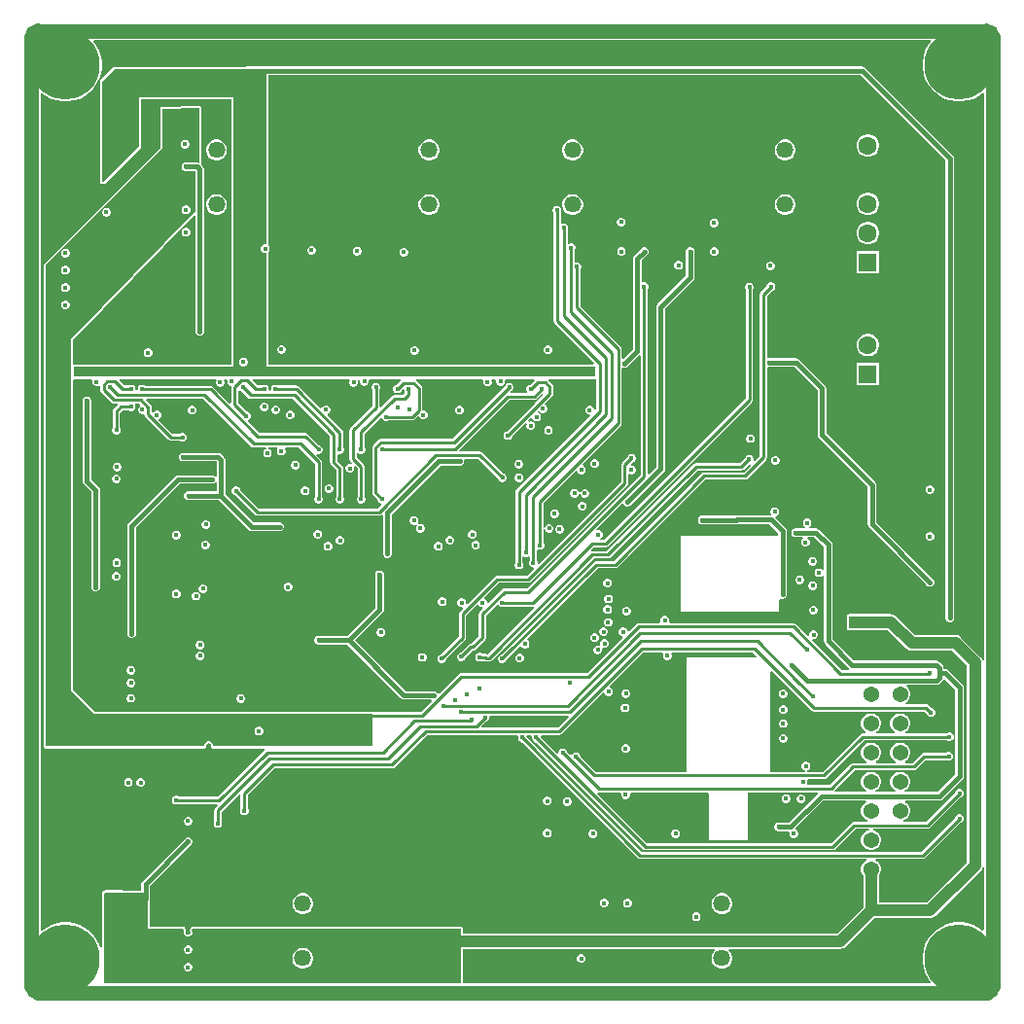
<source format=gbr>
G04*
G04 #@! TF.GenerationSoftware,Altium Limited,Altium Designer,24.1.2 (44)*
G04*
G04 Layer_Physical_Order=3*
G04 Layer_Color=16440176*
%FSLAX44Y44*%
%MOMM*%
G71*
G04*
G04 #@! TF.SameCoordinates,3CF5218A-9FD7-4805-B715-A3E35C90ED60*
G04*
G04*
G04 #@! TF.FilePolarity,Positive*
G04*
G01*
G75*
%ADD10C,0.2540*%
%ADD12C,0.3810*%
%ADD26C,1.2300*%
%ADD122C,1.0000*%
%ADD131C,1.0000*%
%ADD143R,1.3700X1.3700*%
%ADD144C,1.3700*%
%ADD145C,0.3000*%
%ADD146C,6.0000*%
%ADD147R,1.6000X1.6000*%
%ADD148C,1.6000*%
%ADD149C,1.4580*%
%ADD150C,0.4000*%
%ADD151C,0.4500*%
%ADD153R,2.1496X2.2498*%
%ADD154R,3.6254X1.0617*%
G36*
X152741Y728354D02*
X151947Y728885D01*
X150510Y729171D01*
X141462D01*
X141407Y729193D01*
X139903D01*
X138514Y728618D01*
X137451Y727554D01*
X136875Y726165D01*
Y724661D01*
X137451Y723272D01*
X138514Y722209D01*
X139903Y721633D01*
X141407D01*
X141462Y721656D01*
X148953D01*
X148984Y721625D01*
Y686570D01*
X40389Y574913D01*
Y269237D01*
X60709Y248917D01*
X303025D01*
Y226565D01*
X303279Y220723D01*
X164455D01*
Y222049D01*
X163879Y223438D01*
X162816Y224502D01*
X161427Y225077D01*
X159923D01*
X158534Y224502D01*
X157470Y223438D01*
X156895Y222049D01*
Y220723D01*
X18799D01*
Y639636D01*
X120581Y741419D01*
X120484Y775961D01*
X152741Y776221D01*
Y728354D01*
D02*
G37*
G36*
X536763Y561013D02*
Y457234D01*
X437692Y358164D01*
X418053D01*
X416863Y357928D01*
X415854Y357253D01*
X404007Y345406D01*
X402737Y345932D01*
Y346527D01*
X402161Y347916D01*
X401098Y348980D01*
X400784Y349110D01*
X400536Y350355D01*
X413192Y363011D01*
X439025D01*
X440215Y363248D01*
X441224Y363922D01*
X524934Y447632D01*
X525608Y448641D01*
X525845Y449831D01*
X525845Y449831D01*
Y457496D01*
X527115Y458134D01*
X528079Y457735D01*
X529583D01*
X530972Y458310D01*
X532036Y459374D01*
X532611Y460763D01*
Y462267D01*
X532036Y463656D01*
X530972Y464719D01*
X529583Y465295D01*
X528673D01*
X528147Y466565D01*
X529449Y467867D01*
X529583D01*
X530972Y468443D01*
X532036Y469506D01*
X532611Y470895D01*
Y472399D01*
X532036Y473788D01*
X530972Y474852D01*
X529583Y475427D01*
X528079D01*
X526690Y474852D01*
X525626Y473788D01*
X525051Y472399D01*
Y472265D01*
X520536Y467750D01*
X519862Y466741D01*
X519625Y465551D01*
Y451119D01*
X448240Y379734D01*
X446970Y380260D01*
Y381065D01*
X446395Y382454D01*
X446300Y382549D01*
Y391373D01*
X447570Y392217D01*
X448184Y391963D01*
X449688D01*
X451077Y392538D01*
X452141Y393601D01*
X452716Y394991D01*
Y396495D01*
X452141Y397884D01*
X452046Y397979D01*
Y409494D01*
X453246Y409664D01*
X453821Y408274D01*
X454884Y407211D01*
X456274Y406636D01*
X457777D01*
X459167Y407211D01*
X460230Y408274D01*
X460806Y409664D01*
Y411167D01*
X460230Y412557D01*
X459167Y413620D01*
X457777Y414196D01*
X456274D01*
X454884Y413620D01*
X453821Y412557D01*
X453246Y411167D01*
X452046Y411337D01*
Y432200D01*
X480279Y460433D01*
X481702Y460059D01*
X482028Y459272D01*
X483091Y458209D01*
X484480Y457633D01*
X485984D01*
X487373Y458209D01*
X488437Y459272D01*
X489012Y460661D01*
Y462165D01*
X488437Y463554D01*
X487373Y464618D01*
X486586Y464944D01*
X486213Y466366D01*
X519491Y499645D01*
X520165Y500654D01*
X520402Y501844D01*
X520402Y501844D01*
Y549486D01*
X521672Y550334D01*
X521906Y550238D01*
X523410D01*
X524799Y550813D01*
X525298Y551311D01*
X525371Y551361D01*
X525420Y551434D01*
X525862Y551876D01*
X525885Y551931D01*
X535493Y561539D01*
X536763Y561013D01*
D02*
G37*
G36*
X211077Y657825D02*
X210814Y657650D01*
X209310D01*
X207921Y657074D01*
X206858Y656011D01*
X206282Y654621D01*
Y653118D01*
X206858Y651728D01*
X207921Y650665D01*
X209310Y650089D01*
X210814D01*
X211077Y649914D01*
Y551146D01*
X497503Y551304D01*
Y542416D01*
X43355D01*
Y551054D01*
X181867Y551130D01*
Y786381D01*
X181359Y785873D01*
X100333D01*
Y743110D01*
X69026Y711802D01*
X67852Y712288D01*
X67821Y799589D01*
X78743Y810511D01*
X211077D01*
Y657825D01*
D02*
G37*
G36*
X176944Y539331D02*
X176830Y539055D01*
Y537551D01*
X177405Y536162D01*
X178469Y535098D01*
X179858Y534523D01*
X180242Y534055D01*
X180128Y533482D01*
Y520011D01*
X178955Y519525D01*
X164624Y533856D01*
X163615Y534530D01*
X162425Y534767D01*
X104989D01*
X104717Y535039D01*
X103328Y535614D01*
X101824D01*
X100435Y535039D01*
X99371Y533976D01*
X98796Y532586D01*
Y531083D01*
X97826Y530558D01*
X97783Y530581D01*
X96856Y531660D01*
Y532586D01*
X96280Y533976D01*
X95217Y535039D01*
X93828Y535614D01*
X92324D01*
X90935Y535039D01*
X90840Y534944D01*
X87005D01*
X82521Y539428D01*
X83007Y540601D01*
X166815D01*
X167389Y539331D01*
X166944Y538257D01*
Y536753D01*
X167519Y535364D01*
X168583Y534300D01*
X169972Y533725D01*
X171476D01*
X172865Y534300D01*
X173929Y535364D01*
X174504Y536753D01*
Y538257D01*
X174059Y539331D01*
X174633Y540601D01*
X176096D01*
X176944Y539331D01*
D02*
G37*
G36*
X789069Y835651D02*
X789531Y834381D01*
X786822Y830653D01*
X784551Y826196D01*
X783006Y821439D01*
X782223Y816498D01*
Y811496D01*
X783006Y806555D01*
X784551Y801797D01*
X786822Y797340D01*
X789763Y793294D01*
X793300Y789756D01*
X797347Y786816D01*
X801804Y784545D01*
X806561Y782999D01*
X811502Y782217D01*
X816504D01*
X821445Y782999D01*
X826202Y784545D01*
X830659Y786816D01*
X834387Y789525D01*
X835657Y789063D01*
X835657Y295571D01*
X834395Y295434D01*
X833711Y297083D01*
X832625Y298499D01*
X815692Y315432D01*
X814275Y316519D01*
X812626Y317202D01*
X810856Y317435D01*
X775585D01*
X759288Y333733D01*
X757871Y334820D01*
X756222Y335503D01*
X755171Y335641D01*
X755009Y335749D01*
X754315Y335887D01*
X718061D01*
X717366Y335749D01*
X716778Y335356D01*
X716384Y334767D01*
X716246Y334073D01*
Y323456D01*
X716384Y322761D01*
X716778Y322173D01*
X717366Y321779D01*
X718061Y321641D01*
X752038D01*
X767917Y305761D01*
X769334Y304674D01*
X770983Y303991D01*
X772753Y303758D01*
X808024D01*
X820950Y290831D01*
Y119923D01*
X785778Y84751D01*
X744141D01*
Y108431D01*
X744209Y108498D01*
X745345Y110466D01*
X745933Y112661D01*
Y114933D01*
X745345Y117128D01*
X744209Y119096D01*
X742602Y120703D01*
X741319Y121443D01*
X741660Y122713D01*
X782419D01*
X783609Y122950D01*
X784618Y123624D01*
X814945Y153951D01*
X815079D01*
X816468Y154526D01*
X817532Y155590D01*
X818107Y156979D01*
Y158483D01*
X817532Y159872D01*
X816468Y160935D01*
X815079Y161511D01*
X813575D01*
X812186Y160935D01*
X811123Y159872D01*
X810547Y158483D01*
Y158349D01*
X781131Y128933D01*
X537695D01*
X437373Y229255D01*
Y229389D01*
X437240Y229708D01*
X437946Y230764D01*
X441233D01*
X442081Y229494D01*
X442007Y229314D01*
Y227811D01*
X442582Y226421D01*
X443646Y225358D01*
X444865Y224853D01*
X538542Y131177D01*
X539551Y130503D01*
X540741Y130266D01*
X704078D01*
X705268Y130503D01*
X706277Y131177D01*
X724034Y148933D01*
X735389D01*
X735556Y147663D01*
X733972Y147239D01*
X732004Y146103D01*
X730397Y144496D01*
X729261Y142528D01*
X728673Y140333D01*
Y138061D01*
X729261Y135866D01*
X730397Y133898D01*
X732004Y132291D01*
X733972Y131155D01*
X736167Y130567D01*
X738439D01*
X740634Y131155D01*
X742602Y132291D01*
X744209Y133898D01*
X745345Y135866D01*
X745933Y138061D01*
Y140333D01*
X745345Y142528D01*
X744209Y144496D01*
X742602Y146103D01*
X740634Y147239D01*
X739050Y147663D01*
X739217Y148933D01*
X786534D01*
X787724Y149170D01*
X788733Y149844D01*
X814954Y176066D01*
X815088D01*
X816478Y176641D01*
X817541Y177705D01*
X818116Y179094D01*
Y180598D01*
X817541Y181987D01*
X816478Y183050D01*
X815088Y183626D01*
X813585D01*
X812195Y183050D01*
X811132Y181987D01*
X810556Y180598D01*
Y180464D01*
X785246Y155153D01*
X765708D01*
X765541Y156423D01*
X766034Y156555D01*
X768002Y157691D01*
X769609Y159298D01*
X770745Y161266D01*
X771333Y163461D01*
Y165733D01*
X770745Y167928D01*
X769609Y169896D01*
X768002Y171503D01*
X766866Y172159D01*
X767206Y173428D01*
X796717D01*
X798154Y173715D01*
X799373Y174529D01*
X816993Y192149D01*
X817808Y193368D01*
X818094Y194806D01*
Y271677D01*
X817808Y273115D01*
X816993Y274334D01*
X804412Y286915D01*
X803193Y287730D01*
X801755Y288016D01*
X800571D01*
Y289200D01*
X800285Y290638D01*
X799470Y291857D01*
X797238Y294089D01*
X796019Y294903D01*
X794582Y295189D01*
X722314D01*
X703784Y313719D01*
Y395977D01*
X703498Y397415D01*
X702684Y398634D01*
X691962Y409356D01*
X690743Y410170D01*
X689305Y410456D01*
X683260D01*
X683008Y411726D01*
X683824Y412064D01*
X684888Y413128D01*
X685463Y414517D01*
Y416021D01*
X684888Y417410D01*
X683824Y418473D01*
X682435Y419049D01*
X680931D01*
X679542Y418473D01*
X678479Y417410D01*
X677903Y416021D01*
Y414517D01*
X678479Y413128D01*
X679542Y412064D01*
X680359Y411726D01*
X680106Y410456D01*
X672561D01*
X672506Y410479D01*
X671002D01*
X669613Y409903D01*
X668549Y408840D01*
X667974Y407451D01*
Y405947D01*
X668549Y404558D01*
X669613Y403494D01*
X671002Y402919D01*
X672506D01*
X672561Y402942D01*
X677873D01*
X678126Y401672D01*
X677903Y401579D01*
X676839Y400516D01*
X676264Y399127D01*
Y397623D01*
X676839Y396233D01*
X677903Y395170D01*
X679292Y394595D01*
X680796D01*
X682185Y395170D01*
X683248Y396233D01*
X683824Y397623D01*
Y399127D01*
X683248Y400516D01*
X682185Y401579D01*
X681962Y401672D01*
X682214Y402942D01*
X687749D01*
X696270Y394421D01*
Y374587D01*
X696188Y374535D01*
X695000Y374198D01*
X694192Y375006D01*
X692802Y375582D01*
X691298D01*
X689909Y375006D01*
X688846Y373943D01*
X688270Y372554D01*
Y371050D01*
X688846Y369661D01*
X689909Y368597D01*
X691298Y368022D01*
X692802D01*
X694192Y368597D01*
X695000Y369406D01*
X696188Y369068D01*
X696270Y369016D01*
Y312163D01*
X696556Y310725D01*
X697370Y309506D01*
X718101Y288775D01*
X718499Y288509D01*
X718114Y287239D01*
X711822D01*
X685974Y313088D01*
X686430Y313993D01*
X686633Y314225D01*
X688051D01*
X689440Y314800D01*
X690503Y315864D01*
X691079Y317253D01*
Y318757D01*
X690503Y320146D01*
X689440Y321209D01*
X688051Y321785D01*
X686547D01*
X685158Y321209D01*
X684094Y320146D01*
X683519Y318757D01*
Y317339D01*
X683287Y317136D01*
X682382Y316680D01*
X671814Y327248D01*
X670805Y327922D01*
X669615Y328159D01*
X562208D01*
X561359Y329429D01*
X561487Y329737D01*
Y331241D01*
X560912Y332630D01*
X559848Y333694D01*
X558459Y334269D01*
X556955D01*
X555566Y333694D01*
X554503Y332630D01*
X553927Y331241D01*
Y329737D01*
X554055Y329429D01*
X553206Y328159D01*
X535222D01*
X535222Y328159D01*
X534032Y327922D01*
X533023Y327248D01*
X526585Y320810D01*
X525296Y321316D01*
X524837Y322425D01*
X523773Y323489D01*
X522384Y324064D01*
X520880D01*
X519491Y323489D01*
X518427Y322425D01*
X517852Y321036D01*
Y319532D01*
X518427Y318143D01*
X519491Y317080D01*
X520600Y316620D01*
X521106Y315331D01*
X490302Y284526D01*
X380483D01*
X379293Y284290D01*
X378284Y283615D01*
X378284Y283615D01*
X361303Y266634D01*
X359804Y266932D01*
X359676Y267243D01*
X358612Y268307D01*
X357223Y268882D01*
X355719D01*
X355664Y268859D01*
X332263D01*
X287965Y313158D01*
X311381Y336573D01*
X311436Y336596D01*
X312499Y337660D01*
X313075Y339049D01*
Y339823D01*
X313075Y339824D01*
Y369278D01*
X313121Y369388D01*
Y370892D01*
X312545Y372281D01*
X311482Y373345D01*
X310092Y373920D01*
X308589D01*
X307199Y373345D01*
X306136Y372281D01*
X305561Y370892D01*
Y370053D01*
X305560Y370052D01*
Y341380D01*
X281095Y316915D01*
X257318D01*
X257263Y316938D01*
X255759D01*
X254370Y316362D01*
X253306Y315299D01*
X252731Y313909D01*
Y312406D01*
X253306Y311016D01*
X254370Y309953D01*
X255759Y309378D01*
X257263D01*
X257318Y309400D01*
X281095D01*
X328050Y262445D01*
X329269Y261631D01*
X330707Y261345D01*
X354217D01*
X354743Y260075D01*
X345427Y250759D01*
X284303D01*
X284166Y250732D01*
X61461D01*
X42204Y269988D01*
Y539633D01*
X43356Y540601D01*
X58710D01*
X59558Y539331D01*
X59352Y538834D01*
Y537330D01*
X59928Y535941D01*
X60991Y534878D01*
X62380Y534302D01*
X63884D01*
X64815Y534688D01*
X65949Y534100D01*
X66085Y533944D01*
Y531293D01*
X66321Y530103D01*
X66995Y529094D01*
X75931Y520159D01*
X76940Y519485D01*
X78130Y519248D01*
X78130Y519248D01*
X81124D01*
X81650Y517978D01*
X78184Y514512D01*
X77510Y513503D01*
X77274Y512313D01*
Y498228D01*
X77179Y498133D01*
X76603Y496744D01*
Y495240D01*
X77179Y493850D01*
X78242Y492787D01*
X79631Y492212D01*
X81135D01*
X82524Y492787D01*
X83588Y493850D01*
X84163Y495240D01*
Y496744D01*
X83588Y498133D01*
X83493Y498228D01*
Y511025D01*
X85593Y513125D01*
X90840D01*
X90935Y513030D01*
X92324Y512455D01*
X93828D01*
X95217Y513030D01*
X96280Y514094D01*
X96856Y515483D01*
Y516987D01*
X96445Y517978D01*
X97068Y519248D01*
X100222D01*
X101226Y518244D01*
X101018Y517201D01*
X100788Y516886D01*
X99782Y515880D01*
X99207Y514491D01*
Y512987D01*
X99782Y511598D01*
X100846Y510535D01*
X102235Y509959D01*
X103739D01*
X103812Y509989D01*
X105021Y509115D01*
X105164Y508394D01*
X105838Y507385D01*
X125708Y487515D01*
X125708Y487515D01*
X126717Y486841D01*
X127907Y486604D01*
X127907Y486604D01*
X135636D01*
X135731Y486510D01*
X137120Y485934D01*
X138624D01*
X140013Y486510D01*
X141077Y487573D01*
X141652Y488962D01*
Y490466D01*
X141077Y491855D01*
X140013Y492919D01*
X138624Y493494D01*
X137120D01*
X135731Y492919D01*
X135636Y492824D01*
X129195D01*
X117257Y504762D01*
X117505Y506008D01*
X117637Y506063D01*
X118700Y507126D01*
X119276Y508516D01*
Y510019D01*
X118700Y511409D01*
X117637Y512472D01*
X116248Y513047D01*
X114744D01*
X113355Y512472D01*
X112417Y511534D01*
X111830Y511616D01*
X111147Y511924D01*
Y515831D01*
X110910Y517021D01*
X110236Y518030D01*
X106030Y522235D01*
X106517Y523409D01*
X155838D01*
X197330Y481917D01*
X198338Y481243D01*
X199529Y481006D01*
X210516D01*
X210769Y479736D01*
X209623Y479262D01*
X208559Y478198D01*
X207984Y476809D01*
Y475305D01*
X208559Y473916D01*
X209623Y472853D01*
X211012Y472277D01*
X212516D01*
X213905Y472853D01*
X214968Y473916D01*
X215544Y475305D01*
Y476809D01*
X214968Y478198D01*
X213905Y479262D01*
X212759Y479736D01*
X213012Y481006D01*
X220036D01*
X220547Y479736D01*
X220058Y478555D01*
Y477051D01*
X220634Y475662D01*
X221697Y474598D01*
X223086Y474023D01*
X224590D01*
X225979Y474598D01*
X227043Y475662D01*
X227618Y477051D01*
Y478555D01*
X227129Y479736D01*
X227640Y481006D01*
X238958D01*
X253216Y466749D01*
Y438114D01*
X253121Y438019D01*
X252546Y436630D01*
Y435126D01*
X253121Y433737D01*
X254184Y432673D01*
X255574Y432098D01*
X257077D01*
X258467Y432673D01*
X259530Y433737D01*
X260106Y435126D01*
Y436630D01*
X259530Y438019D01*
X259435Y438114D01*
Y468037D01*
X259199Y469227D01*
X258524Y470236D01*
X254423Y474337D01*
X255142Y475414D01*
X255574Y475235D01*
X257077D01*
X258467Y475811D01*
X259530Y476874D01*
X260106Y478264D01*
Y479767D01*
X259530Y481157D01*
X258467Y482220D01*
X257077Y482795D01*
X256943D01*
X246800Y492939D01*
X245791Y493613D01*
X244601Y493849D01*
X204631D01*
X194933Y503547D01*
X195231Y505045D01*
X195542Y505173D01*
X196605Y506237D01*
X197181Y507626D01*
Y509130D01*
X196605Y510519D01*
X195542Y511582D01*
X194153Y512158D01*
X193694D01*
X186348Y519504D01*
Y530537D01*
X187617Y530951D01*
X188388Y530180D01*
X189573Y529690D01*
X195087Y524175D01*
X196096Y523501D01*
X197286Y523264D01*
X233797D01*
X266387Y490673D01*
Y468151D01*
X266624Y466960D01*
X267298Y465952D01*
X271753Y461497D01*
Y438114D01*
X271658Y438019D01*
X271083Y436630D01*
Y435126D01*
X271658Y433737D01*
X272722Y432673D01*
X274111Y432098D01*
X275615D01*
X277004Y432673D01*
X278067Y433737D01*
X278643Y435126D01*
Y436630D01*
X278067Y438019D01*
X277973Y438114D01*
Y462785D01*
X277973Y462785D01*
X277736Y463975D01*
X277062Y464984D01*
X272607Y469439D01*
Y474484D01*
X273877Y475332D01*
X274111Y475235D01*
X275615D01*
X277004Y475811D01*
X278067Y476874D01*
X278643Y478264D01*
Y479767D01*
X278067Y481157D01*
X277973Y481251D01*
Y493874D01*
X277736Y495064D01*
X277062Y496073D01*
X264265Y508870D01*
X264563Y510368D01*
X264851Y510487D01*
X265914Y511550D01*
X266490Y512940D01*
Y514444D01*
X265914Y515833D01*
X264851Y516896D01*
X263462Y517472D01*
X261958D01*
X260569Y516896D01*
X259505Y515833D01*
X259386Y515545D01*
X257888Y515247D01*
X239101Y534033D01*
X238092Y534707D01*
X236903Y534944D01*
X220843D01*
X220748Y535039D01*
X219359Y535614D01*
X217855D01*
X216466Y535039D01*
X215402Y533976D01*
X214827Y532586D01*
Y531083D01*
X213857Y530275D01*
X213645Y530452D01*
X212887Y531426D01*
Y532586D01*
X212312Y533976D01*
X211248Y535039D01*
X209859Y535614D01*
X208355D01*
X206966Y535039D01*
X206871Y534944D01*
X202954D01*
X198471Y539428D01*
X198957Y540601D01*
X282650D01*
X283347Y539331D01*
X282989Y538467D01*
Y536963D01*
X283564Y535574D01*
X284628Y534510D01*
X286017Y533935D01*
X287521D01*
X288910Y534510D01*
X289974Y535574D01*
X290549Y536963D01*
Y538467D01*
X290430Y538754D01*
X291194Y539987D01*
X291464Y539995D01*
X292089Y539273D01*
X292323Y538869D01*
Y537499D01*
X292898Y536110D01*
X293962Y535046D01*
X295351Y534471D01*
X296855D01*
X298244Y535046D01*
X299307Y536110D01*
X299883Y537499D01*
Y539003D01*
X299747Y539331D01*
X300595Y540601D01*
X327875D01*
X328260Y539331D01*
X328191Y539285D01*
X324521Y535614D01*
X324386D01*
X322997Y535039D01*
X321934Y533976D01*
X321358Y532586D01*
Y531082D01*
X321934Y529693D01*
X322997Y528630D01*
X324386Y528054D01*
X325890D01*
X327280Y528630D01*
X328343Y529693D01*
X328864Y530951D01*
X329458Y531410D01*
X329659Y531532D01*
X329986Y531409D01*
X330896Y530992D01*
X331434Y529693D01*
X331529Y529598D01*
Y528129D01*
X329828Y526428D01*
X322540D01*
X322540Y526428D01*
X321350Y526192D01*
X320341Y525518D01*
X310687Y515863D01*
X309417Y516389D01*
Y531149D01*
X309511Y531244D01*
X310087Y532633D01*
Y534137D01*
X309511Y535526D01*
X308448Y536589D01*
X307059Y537165D01*
X305555D01*
X304166Y536589D01*
X303102Y535526D01*
X302527Y534137D01*
Y532633D01*
X303102Y531244D01*
X303197Y531149D01*
Y517095D01*
X284149Y498047D01*
X283475Y497038D01*
X283238Y495848D01*
Y471051D01*
X283475Y469861D01*
X284149Y468852D01*
X285478Y467523D01*
X284759Y466446D01*
X284473Y466565D01*
X282969D01*
X281580Y465989D01*
X280516Y464926D01*
X279941Y463537D01*
Y462033D01*
X280516Y460644D01*
X281580Y459580D01*
X282969Y459005D01*
X284473D01*
X285862Y459580D01*
X286926Y460644D01*
X287501Y462033D01*
Y463537D01*
X287383Y463822D01*
X288459Y464542D01*
X290290Y462711D01*
Y438114D01*
X290196Y438019D01*
X289620Y436630D01*
Y435126D01*
X290196Y433737D01*
X291259Y432673D01*
X292648Y432098D01*
X294152D01*
X295541Y432673D01*
X296604Y433737D01*
X297180Y435126D01*
Y436630D01*
X296604Y438019D01*
X296510Y438114D01*
Y463999D01*
X296273Y465189D01*
X295599Y466198D01*
X289457Y472339D01*
Y475816D01*
X290728Y476342D01*
X291259Y475811D01*
X292648Y475235D01*
X294152D01*
X295541Y475811D01*
X296604Y476874D01*
X297180Y478264D01*
Y479767D01*
X296604Y481157D01*
X296510Y481251D01*
Y492891D01*
X310228Y506609D01*
X311639Y506224D01*
X311976Y505411D01*
X313040Y504347D01*
X314429Y503772D01*
X315933D01*
X317322Y504347D01*
X317417Y504442D01*
X337744D01*
X338934Y504679D01*
X339943Y505353D01*
X342609Y508019D01*
X344107Y507721D01*
X344354Y507126D01*
X345417Y506063D01*
X346806Y505487D01*
X348310D01*
X349700Y506063D01*
X350763Y507126D01*
X351338Y508516D01*
Y510019D01*
X350763Y511409D01*
X349700Y512472D01*
X348310Y513047D01*
X347860D01*
X346769Y513284D01*
X346619Y514221D01*
Y532794D01*
X346382Y533984D01*
X345708Y534993D01*
X341415Y539285D01*
X341347Y539331D01*
X341732Y540601D01*
X399046D01*
X399873Y539331D01*
X399607Y538689D01*
Y537185D01*
X400182Y535796D01*
X401246Y534733D01*
X402635Y534157D01*
X404139D01*
X405528Y534733D01*
X406592Y535796D01*
X407167Y537185D01*
Y538689D01*
X406901Y539331D01*
X407728Y540601D01*
X410272D01*
X411121Y539331D01*
X410987Y539007D01*
Y537503D01*
X411562Y536114D01*
X412625Y535050D01*
X414015Y534475D01*
X415518D01*
X416908Y535050D01*
X417971Y536114D01*
X418547Y537503D01*
Y539007D01*
X418412Y539331D01*
X419261Y540601D01*
X443742D01*
X444268Y539331D01*
X440552Y535614D01*
X440418D01*
X439029Y535039D01*
X437965Y533976D01*
X437390Y532586D01*
Y531082D01*
X437965Y529693D01*
X437346Y528516D01*
X423781D01*
X423528Y529786D01*
X424479Y530180D01*
X425543Y531244D01*
X426118Y532633D01*
Y534137D01*
X425543Y535526D01*
X424479Y536589D01*
X423090Y537165D01*
X421586D01*
X420197Y536589D01*
X419134Y535526D01*
X418558Y534137D01*
Y534003D01*
X372924Y488368D01*
X310471D01*
X309281Y488131D01*
X308272Y487457D01*
X303776Y482961D01*
X303102Y481952D01*
X302865Y480762D01*
Y441501D01*
X303102Y440311D01*
X303776Y439302D01*
X307818Y435260D01*
Y435126D01*
X308394Y433737D01*
X309457Y432673D01*
X310452Y432261D01*
X310912Y430924D01*
X307785Y427798D01*
X204295D01*
X188438Y443655D01*
Y443789D01*
X187862Y445178D01*
X186799Y446241D01*
X185410Y446817D01*
X183906D01*
X182517Y446241D01*
X181453Y445178D01*
X180878Y443789D01*
Y442285D01*
X181453Y440896D01*
X182517Y439832D01*
X183906Y439257D01*
X184040D01*
X200808Y422489D01*
X201817Y421815D01*
X203007Y421578D01*
X309073D01*
X310263Y421815D01*
X311218Y422453D01*
X311777Y422341D01*
X312488Y422046D01*
Y389363D01*
X312465Y389308D01*
Y387804D01*
X313041Y386414D01*
X314104Y385351D01*
X315493Y384776D01*
X316997D01*
X318386Y385351D01*
X319450Y386414D01*
X320025Y387804D01*
Y389308D01*
X320003Y389363D01*
Y422370D01*
X341690Y444057D01*
X341745Y444080D01*
X342808Y445143D01*
X342831Y445198D01*
X362768Y465135D01*
X378584D01*
X378639Y465113D01*
X380143D01*
X381532Y465688D01*
X382595Y466751D01*
X383171Y468141D01*
Y469645D01*
X383091Y469838D01*
X383939Y471108D01*
X395426D01*
X412526Y454009D01*
Y453908D01*
X413102Y452519D01*
X414165Y451455D01*
X415554Y450880D01*
X417058D01*
X418447Y451455D01*
X419510Y452519D01*
X420086Y453908D01*
Y455412D01*
X419510Y456801D01*
X418447Y457864D01*
X417058Y458440D01*
X416890D01*
X398913Y476417D01*
X397905Y477091D01*
X396715Y477328D01*
X379048D01*
X378562Y478501D01*
X422357Y522297D01*
X444242D01*
X445432Y522533D01*
X446441Y523208D01*
X450870Y527637D01*
X451303Y527632D01*
X451822Y526355D01*
X448169Y522701D01*
X447266Y522098D01*
X444308Y519140D01*
X443704Y518237D01*
X420416Y494948D01*
X420282D01*
X418893Y494373D01*
X417829Y493310D01*
X417254Y491920D01*
Y490416D01*
X417829Y489027D01*
X418893Y487964D01*
X420282Y487388D01*
X421786D01*
X423175Y487964D01*
X424238Y489027D01*
X424814Y490416D01*
Y490551D01*
X436476Y502213D01*
X437552Y501493D01*
X437219Y500688D01*
Y499184D01*
X437794Y497795D01*
X438858Y496732D01*
X440247Y496156D01*
X441751D01*
X443140Y496732D01*
X444204Y497795D01*
X444779Y499184D01*
Y500688D01*
X444204Y502078D01*
X443140Y503141D01*
X441751Y503716D01*
X440247D01*
X439442Y503383D01*
X438723Y504460D01*
X441238Y506974D01*
X442509Y506450D01*
X442986Y505297D01*
X444050Y504234D01*
X445439Y503658D01*
X446943D01*
X448332Y504234D01*
X449395Y505297D01*
X449971Y506686D01*
Y508190D01*
X449395Y509579D01*
X448332Y510643D01*
X447839Y510847D01*
X447472Y512152D01*
X448889Y512171D01*
X449415Y511645D01*
X450804Y511069D01*
X452308D01*
X453698Y511645D01*
X454761Y512708D01*
X455336Y514097D01*
Y515601D01*
X454761Y516990D01*
X453698Y518054D01*
X453469Y519205D01*
X459833Y525570D01*
X459833Y525570D01*
X460508Y526579D01*
X460744Y527769D01*
Y531184D01*
X460802Y531475D01*
Y533579D01*
X460565Y534769D01*
X459891Y535778D01*
X456339Y539331D01*
X456865Y540601D01*
X497502D01*
X498032Y540167D01*
Y514344D01*
X497505Y513949D01*
X497178Y513971D01*
X496072Y514428D01*
X495659Y515426D01*
X494596Y516489D01*
X493206Y517065D01*
X491703D01*
X490313Y516489D01*
X489250Y515426D01*
X488675Y514036D01*
Y512533D01*
X489250Y511143D01*
X490313Y510080D01*
X491703Y509505D01*
X492001D01*
X492527Y508234D01*
X428713Y444420D01*
X428038Y443411D01*
X427802Y442221D01*
Y380788D01*
X427707Y380694D01*
X427132Y379304D01*
Y377800D01*
X427707Y376411D01*
X428770Y375348D01*
X430160Y374772D01*
X431663D01*
X433053Y375348D01*
X434116Y376411D01*
X434692Y377800D01*
Y379304D01*
X434116Y380694D01*
X434021Y380788D01*
Y385072D01*
X435291Y385861D01*
X435998Y385568D01*
X437502D01*
X438891Y386144D01*
X440081Y385537D01*
Y382549D01*
X439986Y382454D01*
X439410Y381065D01*
Y379561D01*
X439986Y378172D01*
X441049Y377108D01*
X442439Y376533D01*
X443243D01*
X443769Y375263D01*
X437737Y369230D01*
X411903D01*
X410713Y368994D01*
X409705Y368320D01*
X385999Y344614D01*
X385654Y344714D01*
X384826Y345237D01*
Y346455D01*
X384250Y347844D01*
X383187Y348908D01*
X381798Y349483D01*
X380294D01*
X378905Y348908D01*
X377841Y347844D01*
X377266Y346455D01*
Y344951D01*
X377841Y343562D01*
X378905Y342499D01*
X380294Y341923D01*
X381512D01*
X382035Y341095D01*
X382135Y340750D01*
X379608Y338223D01*
X378934Y337214D01*
X378697Y336024D01*
Y316505D01*
X362916Y300725D01*
X362782D01*
X361393Y300149D01*
X360330Y299086D01*
X359754Y297696D01*
Y296193D01*
X360330Y294803D01*
X361393Y293740D01*
X362782Y293165D01*
X364286D01*
X365675Y293740D01*
X366739Y294803D01*
X367314Y296193D01*
Y296327D01*
X384006Y313018D01*
X384006Y313018D01*
X384680Y314027D01*
X384917Y315217D01*
X384917Y315217D01*
Y334736D01*
X394376Y344196D01*
X395622Y343948D01*
X395752Y343634D01*
X396815Y342571D01*
X398205Y341995D01*
X398799D01*
X399325Y340725D01*
X396758Y338157D01*
X396083Y337148D01*
X395847Y335958D01*
Y316674D01*
X389403Y310229D01*
X389104D01*
X387914Y309993D01*
X386905Y309319D01*
X379941Y302355D01*
X379807D01*
X378418Y301779D01*
X377354Y300716D01*
X376779Y299326D01*
Y297823D01*
X377354Y296433D01*
X378418Y295370D01*
X379807Y294795D01*
X381311D01*
X382700Y295370D01*
X383763Y296433D01*
X384339Y297823D01*
Y297957D01*
X390392Y304010D01*
X390691D01*
X391881Y304247D01*
X392890Y304921D01*
X401156Y313186D01*
X401829Y314195D01*
X402066Y315385D01*
Y334670D01*
X411527Y344132D01*
X412773Y343884D01*
X412906Y343562D01*
X413970Y342499D01*
X415359Y341923D01*
X416863D01*
X418252Y342499D01*
X418347Y342593D01*
X442725D01*
X443809Y342809D01*
X443883Y342752D01*
X444176Y341379D01*
X403470Y300673D01*
X403290D01*
X402932Y300913D01*
X401742Y301149D01*
X399010D01*
X398636Y301523D01*
X397246Y302099D01*
X395743D01*
X394353Y301523D01*
X393290Y300460D01*
X392715Y299071D01*
Y297567D01*
X393290Y296178D01*
X394353Y295114D01*
X395743Y294539D01*
X397246D01*
X398190Y294930D01*
X400670D01*
X401028Y294691D01*
X402218Y294454D01*
X404758D01*
X405948Y294691D01*
X406957Y295365D01*
X496055Y384463D01*
X508483D01*
X509673Y384700D01*
X510682Y385374D01*
X586253Y460945D01*
X624534D01*
X625724Y461182D01*
X626733Y461856D01*
X631375Y466498D01*
X631749Y466487D01*
X632260Y465201D01*
X626402Y459344D01*
X591877D01*
X591876Y459344D01*
X590686Y459107D01*
X589678Y458433D01*
X589678Y458433D01*
X513319Y382075D01*
X498079D01*
X496889Y381838D01*
X495880Y381164D01*
X415493Y300777D01*
X415359D01*
X413970Y300201D01*
X412906Y299138D01*
X412331Y297749D01*
Y296245D01*
X412906Y294856D01*
X413970Y293792D01*
X415359Y293217D01*
X416863D01*
X418252Y293792D01*
X419316Y294856D01*
X419891Y296245D01*
Y296379D01*
X431608Y308096D01*
X432853Y307848D01*
X432936Y307647D01*
X434000Y306584D01*
X435389Y306008D01*
X436893D01*
X438282Y306584D01*
X439346Y307647D01*
X439921Y309036D01*
Y310540D01*
X439346Y311929D01*
X438282Y312993D01*
X438081Y313076D01*
X437834Y314321D01*
X499367Y375855D01*
X514607D01*
X515797Y376092D01*
X516806Y376766D01*
X593165Y453125D01*
X627691D01*
X628881Y453361D01*
X629889Y454035D01*
X645835Y469981D01*
X646509Y470990D01*
X646746Y472180D01*
Y550361D01*
X648016Y551210D01*
X648184Y551140D01*
X649688D01*
X649743Y551163D01*
X670598D01*
X690827Y530933D01*
Y508834D01*
X690805Y508779D01*
Y507275D01*
X690827Y507220D01*
Y491915D01*
X691113Y490477D01*
X691928Y489258D01*
X734463Y446723D01*
Y413834D01*
X734749Y412396D01*
X735564Y411177D01*
X785352Y361389D01*
X785375Y361334D01*
X786438Y360270D01*
X787827Y359695D01*
X789331D01*
X790720Y360270D01*
X791784Y361334D01*
X792359Y362723D01*
Y364227D01*
X791784Y365616D01*
X790720Y366679D01*
X790665Y366702D01*
X741977Y415390D01*
Y448279D01*
X741692Y449717D01*
X740877Y450936D01*
X698342Y493471D01*
Y507220D01*
X698365Y507275D01*
Y508779D01*
X698342Y508834D01*
Y532489D01*
X698056Y533927D01*
X697241Y535146D01*
X674810Y557577D01*
X673592Y558391D01*
X672154Y558677D01*
X649743D01*
X649688Y558700D01*
X648184D01*
X648016Y558631D01*
X646746Y559479D01*
Y612878D01*
X650861Y616993D01*
X650995D01*
X652384Y617568D01*
X653448Y618632D01*
X654023Y620021D01*
Y621525D01*
X653448Y622914D01*
X652384Y623977D01*
X650995Y624553D01*
X649491D01*
X648102Y623977D01*
X647038Y622914D01*
X646463Y621525D01*
Y621391D01*
X641437Y616365D01*
X640763Y615356D01*
X640526Y614166D01*
Y473468D01*
X635936Y468878D01*
X634860Y469597D01*
X635037Y470025D01*
Y471529D01*
X634461Y472919D01*
X633398Y473982D01*
X632009Y474557D01*
X630505D01*
X629116Y473982D01*
X628052Y472919D01*
X627477Y471529D01*
Y471395D01*
X623246Y467165D01*
X584965D01*
X583775Y466928D01*
X582766Y466254D01*
X507195Y390682D01*
X494767D01*
X493683Y390467D01*
X493609Y390524D01*
X493316Y391896D01*
X495455Y394035D01*
X506033D01*
X507223Y394271D01*
X508232Y394945D01*
X633546Y520259D01*
X633546Y520259D01*
X634220Y521268D01*
X634457Y522458D01*
Y573098D01*
X634457Y573098D01*
Y618441D01*
X634552Y618536D01*
X635127Y619925D01*
Y621429D01*
X634552Y622819D01*
X633488Y623882D01*
X632099Y624457D01*
X630595D01*
X629206Y623882D01*
X628142Y622819D01*
X627567Y621429D01*
Y619925D01*
X628142Y618536D01*
X628237Y618441D01*
Y573098D01*
X628237Y573098D01*
Y523746D01*
X504745Y400254D01*
X501864D01*
X501612Y401524D01*
X502028Y401697D01*
X503091Y402760D01*
X503667Y404149D01*
Y405653D01*
X503091Y407042D01*
X502028Y408106D01*
X500638Y408681D01*
X499135D01*
X498565Y408445D01*
X497846Y409522D01*
X520332Y432008D01*
X521830Y431710D01*
X522049Y431180D01*
X523113Y430116D01*
X524502Y429541D01*
X526006D01*
X527395Y430116D01*
X528458Y431180D01*
X528481Y431235D01*
X556859Y459612D01*
X557673Y460831D01*
X557959Y462269D01*
Y601668D01*
X582660Y626368D01*
X583474Y627587D01*
X583760Y629025D01*
Y650690D01*
X583783Y650745D01*
Y652249D01*
X583208Y653638D01*
X582144Y654701D01*
X580755Y655277D01*
X579251D01*
X577862Y654701D01*
X576799Y653638D01*
X576223Y652249D01*
Y650745D01*
X576246Y650690D01*
Y630581D01*
X551545Y605881D01*
X550731Y604662D01*
X550445Y603224D01*
Y463825D01*
X544155Y457536D01*
X542982Y458022D01*
Y618793D01*
X543077Y618888D01*
X543652Y620278D01*
Y621781D01*
X543077Y623171D01*
X542013Y624234D01*
X540624Y624809D01*
X539120D01*
X538935Y624733D01*
X537665Y625581D01*
Y643846D01*
X542089Y648270D01*
X542144Y648292D01*
X543208Y649356D01*
X543783Y650745D01*
Y652249D01*
X543208Y653638D01*
X542144Y654701D01*
X540755Y655277D01*
X539251D01*
X537862Y654701D01*
X536799Y653638D01*
X536776Y653583D01*
X531251Y648058D01*
X530437Y646840D01*
X530151Y645402D01*
Y566824D01*
X521672Y558345D01*
X520402Y558871D01*
Y566559D01*
X520165Y567749D01*
X519491Y568758D01*
X484365Y603885D01*
Y636015D01*
X484473Y636123D01*
X485048Y637513D01*
Y639016D01*
X484473Y640406D01*
X483409Y641469D01*
X482020Y642045D01*
X480516D01*
X480251Y641935D01*
X479195Y642640D01*
Y652716D01*
X479290Y652811D01*
X479865Y654200D01*
Y655704D01*
X479290Y657093D01*
X478227Y658157D01*
X476837Y658732D01*
X475333D01*
X474418Y658353D01*
X473148Y659019D01*
Y669810D01*
X473242Y669905D01*
X473818Y671294D01*
Y672798D01*
X473242Y674187D01*
X472179Y675250D01*
X470790Y675826D01*
X469286D01*
X468428Y675471D01*
X467158Y676172D01*
Y685308D01*
X467253Y685403D01*
X467829Y686792D01*
Y688296D01*
X467253Y689685D01*
X466190Y690748D01*
X464801Y691324D01*
X463297D01*
X461908Y690748D01*
X460844Y689685D01*
X460269Y688296D01*
Y686792D01*
X460844Y685403D01*
X460939Y685308D01*
Y590705D01*
X461176Y589515D01*
X461850Y588506D01*
X496065Y554291D01*
X495579Y553118D01*
X213790Y552962D01*
X212892Y553860D01*
Y649914D01*
X212857Y650089D01*
Y650268D01*
X212789Y650433D01*
X212754Y650608D01*
X212654Y650757D01*
X212586Y650922D01*
X212523Y650985D01*
X213267Y651728D01*
X213842Y653118D01*
Y654621D01*
X213267Y656011D01*
X212523Y656754D01*
X212586Y656817D01*
X212654Y656982D01*
X212754Y657131D01*
X212789Y657306D01*
X212857Y657471D01*
Y657650D01*
X212892Y657825D01*
Y805230D01*
X728189D01*
X802185Y731234D01*
Y333293D01*
X802162Y333238D01*
Y331734D01*
X802738Y330345D01*
X803801Y329282D01*
X805190Y328706D01*
X806694D01*
X808083Y329282D01*
X809146Y330345D01*
X809722Y331734D01*
Y333238D01*
X809699Y333293D01*
Y732790D01*
X809413Y734228D01*
X808599Y735447D01*
X732402Y811644D01*
X731183Y812458D01*
X729745Y812744D01*
X193974D01*
X192537Y812458D01*
X192339Y812326D01*
X78743D01*
X78049Y812188D01*
X77460Y811794D01*
X66538Y800872D01*
X66537Y800872D01*
X66537Y800872D01*
X66352Y800594D01*
X66144Y800283D01*
X66144Y800283D01*
X66144Y800283D01*
X66076Y799940D01*
X66006Y799589D01*
X66006Y799588D01*
X66006Y799588D01*
X66038Y712288D01*
X66109Y711929D01*
X66176Y711593D01*
X66176Y711593D01*
X66176Y711593D01*
X66374Y711297D01*
X66569Y711005D01*
X66569Y711005D01*
X66570Y711004D01*
X66833Y710828D01*
X67158Y710611D01*
X68332Y710126D01*
X68695Y710053D01*
X69026Y709987D01*
X69026Y709988D01*
X69026Y709987D01*
X69345Y710051D01*
X69720Y710126D01*
X69721Y710126D01*
X69721Y710126D01*
X69939Y710272D01*
X70309Y710519D01*
X101616Y741826D01*
X102010Y742415D01*
X102148Y743110D01*
Y784058D01*
X180052D01*
Y552944D01*
X43474Y552869D01*
X43297Y552909D01*
X42482Y553479D01*
X42204Y553836D01*
X42204Y553837D01*
Y574176D01*
X147808Y682757D01*
X148984Y682280D01*
Y582081D01*
X149045Y581776D01*
Y581245D01*
X149248Y580755D01*
X149270Y580643D01*
X149334Y580548D01*
X149620Y579856D01*
X150683Y578793D01*
X152073Y578217D01*
X153577D01*
X154966Y578793D01*
X156029Y579856D01*
X156605Y581245D01*
Y582749D01*
X156498Y583005D01*
Y723182D01*
X156213Y724619D01*
X155398Y725838D01*
X154081Y727155D01*
X154124Y727219D01*
X154250Y727346D01*
X154319Y727511D01*
X154418Y727659D01*
X154453Y727835D01*
X154521Y728000D01*
Y728179D01*
X154556Y728354D01*
Y776221D01*
X154555Y776228D01*
X154556Y776235D01*
X154486Y776573D01*
X154418Y776915D01*
X154414Y776922D01*
X154412Y776929D01*
X154218Y777215D01*
X154025Y777504D01*
X154018Y777508D01*
X154014Y777514D01*
X153725Y777704D01*
X153436Y777898D01*
X153428Y777899D01*
X153422Y777903D01*
X153082Y777968D01*
X152741Y778036D01*
X152734Y778034D01*
X152727Y778036D01*
X120469Y777776D01*
X120123Y777704D01*
X119784Y777636D01*
X119781Y777633D01*
X119776Y777632D01*
X119486Y777435D01*
X119197Y777241D01*
X119194Y777237D01*
X119190Y777234D01*
X118999Y776943D01*
X118805Y776651D01*
X118804Y776646D01*
X118801Y776642D01*
X118736Y776298D01*
X118669Y775956D01*
X118764Y742168D01*
X17516Y640919D01*
X17122Y640331D01*
X16984Y639636D01*
Y220723D01*
X17122Y220028D01*
X17516Y219440D01*
X18104Y219046D01*
X18799Y218908D01*
X156895D01*
X157589Y219046D01*
X158178Y219440D01*
X158572Y220028D01*
X158710Y220723D01*
Y221688D01*
X159009Y222410D01*
X159562Y222963D01*
X160284Y223262D01*
X161066D01*
X161788Y222963D01*
X162341Y222410D01*
X162640Y221688D01*
Y220723D01*
X162778Y220028D01*
X163172Y219440D01*
X163760Y219046D01*
X164455Y218908D01*
X208967D01*
X209352Y217638D01*
X209281Y217591D01*
X168549Y176858D01*
X134576D01*
X134481Y176953D01*
X133091Y177529D01*
X131588D01*
X130198Y176953D01*
X129135Y175890D01*
X128560Y174500D01*
Y172997D01*
X129135Y171607D01*
X130198Y170544D01*
X131588Y169968D01*
X133091D01*
X134481Y170544D01*
X134576Y170639D01*
X168106D01*
X168632Y169369D01*
X166415Y167152D01*
X165741Y166143D01*
X165504Y164953D01*
Y155672D01*
X165410Y155577D01*
X164834Y154188D01*
Y152684D01*
X165410Y151295D01*
X166473Y150232D01*
X167862Y149656D01*
X169366D01*
X170756Y150232D01*
X171819Y151295D01*
X172394Y152684D01*
Y154188D01*
X171819Y155577D01*
X171724Y155672D01*
Y163665D01*
X187172Y179114D01*
X188442Y178588D01*
Y166743D01*
X188347Y166649D01*
X187772Y165259D01*
Y163755D01*
X188347Y162366D01*
X189411Y161303D01*
X190800Y160727D01*
X192304D01*
X193693Y161303D01*
X194757Y162366D01*
X195332Y163755D01*
Y165259D01*
X194757Y166649D01*
X194662Y166743D01*
Y178650D01*
X217756Y201744D01*
X320374D01*
X321564Y201980D01*
X322573Y202654D01*
X350682Y230764D01*
X429239D01*
X429945Y229708D01*
X429813Y229389D01*
Y227885D01*
X430388Y226496D01*
X431451Y225432D01*
X432841Y224857D01*
X432975D01*
X534208Y123624D01*
X534208Y123624D01*
X535217Y122950D01*
X536407Y122713D01*
X732946D01*
X733287Y121443D01*
X732004Y120703D01*
X730397Y119096D01*
X729261Y117128D01*
X728673Y114933D01*
Y112661D01*
X729261Y110466D01*
X730397Y108498D01*
X730464Y108431D01*
Y80745D01*
X707776Y58057D01*
X382056D01*
Y61719D01*
X381918Y62413D01*
X381524Y63002D01*
X380936Y63396D01*
X380241Y63534D01*
X146845D01*
X146604Y63486D01*
X146359Y63467D01*
X146260Y63417D01*
X146151Y63396D01*
X145946Y63259D01*
X145726Y63148D01*
X145654Y63064D01*
X145562Y63002D01*
X145425Y62797D01*
X145265Y62611D01*
X144548Y61341D01*
X144513Y61235D01*
X144452Y61143D01*
X144404Y60902D01*
X144327Y60668D01*
X144335Y60558D01*
X144314Y60449D01*
X144362Y60207D01*
X144380Y59962D01*
X144430Y59863D01*
X144452Y59754D01*
X144657Y59258D01*
Y58476D01*
X144358Y57754D01*
X143806Y57201D01*
X143083Y56902D01*
X142302D01*
X141579Y57201D01*
X141026Y57754D01*
X140727Y58476D01*
Y59258D01*
X140933Y59754D01*
X140955Y59863D01*
X141005Y59962D01*
X141023Y60207D01*
X141071Y60449D01*
X141049Y60558D01*
X141058Y60668D01*
X140981Y60902D01*
X140933Y61143D01*
X140871Y61235D01*
X140837Y61341D01*
X140120Y62611D01*
X139959Y62797D01*
X139823Y63002D01*
X139731Y63064D01*
X139658Y63148D01*
X139438Y63259D01*
X139234Y63396D01*
X139125Y63417D01*
X139026Y63467D01*
X138781Y63486D01*
X138539Y63534D01*
X109514D01*
Y87826D01*
X109602Y88270D01*
Y99400D01*
X144778Y134577D01*
X144833Y134600D01*
X145897Y135663D01*
X146472Y137052D01*
Y138556D01*
X145897Y139945D01*
X144833Y141009D01*
X143444Y141584D01*
X141940D01*
X140551Y141009D01*
X139488Y139945D01*
X139465Y139890D01*
X103188Y103613D01*
X102374Y102395D01*
X102088Y100957D01*
Y96197D01*
X101189Y95300D01*
X70248Y95375D01*
X70247Y95374D01*
X70246Y95375D01*
X69903Y95307D01*
X69554Y95238D01*
X69553Y95238D01*
X69552Y95237D01*
X69259Y95042D01*
X68964Y94846D01*
X68963Y94845D01*
X68962Y94845D01*
X68063Y93948D01*
X68063Y93947D01*
X68062Y93946D01*
X67867Y93655D01*
X67669Y93359D01*
X67669Y93358D01*
X67668Y93357D01*
X67600Y93013D01*
X67530Y92665D01*
X67530Y92664D01*
X67530Y92663D01*
Y45918D01*
X66260Y45717D01*
X65455Y48196D01*
X63184Y52653D01*
X60244Y56700D01*
X56706Y60237D01*
X52659Y63177D01*
X48202Y65448D01*
X43445Y66994D01*
X38504Y67777D01*
X33502D01*
X28561Y66994D01*
X23804Y65448D01*
X19347Y63177D01*
X15625Y60473D01*
X14355Y60941D01*
X14355Y789053D01*
X15625Y789520D01*
X19347Y786816D01*
X23804Y784545D01*
X28561Y782999D01*
X33502Y782217D01*
X38504D01*
X43445Y782999D01*
X48202Y784545D01*
X52659Y786816D01*
X56706Y789756D01*
X60244Y793294D01*
X63184Y797340D01*
X65455Y801797D01*
X67000Y806555D01*
X67783Y811496D01*
Y816498D01*
X67000Y821439D01*
X65455Y826196D01*
X63184Y830653D01*
X60475Y834381D01*
X60937Y835651D01*
X789069Y835651D01*
D02*
G37*
G36*
X637964Y299164D02*
X637478Y297990D01*
X576893D01*
X576765Y198405D01*
X497889D01*
X484097Y212197D01*
Y212331D01*
X483522Y213720D01*
X482458Y214783D01*
X481069Y215359D01*
X479565D01*
X478176Y214783D01*
X477113Y213720D01*
X477006Y213463D01*
X475508Y213165D01*
X472921Y215753D01*
Y215887D01*
X472346Y217276D01*
X471282Y218339D01*
X469893Y218915D01*
X468389D01*
X467000Y218339D01*
X465937Y217276D01*
X465361Y215887D01*
Y214949D01*
X464091Y214423D01*
X449567Y228947D01*
Y229314D01*
X449493Y229494D01*
X450341Y230764D01*
X465952D01*
X467142Y231001D01*
X468151Y231675D01*
X503969Y267493D01*
X505368Y267097D01*
X505718Y266252D01*
X506782Y265189D01*
X508171Y264613D01*
X509675D01*
X511064Y265189D01*
X512127Y266252D01*
X512703Y267642D01*
Y269145D01*
X512127Y270535D01*
X511064Y271598D01*
X510030Y272026D01*
X509554Y273347D01*
X538792Y302585D01*
X555766D01*
X556466Y301315D01*
X556110Y300455D01*
Y298952D01*
X556686Y297562D01*
X557749Y296499D01*
X559138Y295924D01*
X560642D01*
X562032Y296499D01*
X563095Y297562D01*
X563670Y298952D01*
Y300455D01*
X563314Y301315D01*
X564014Y302585D01*
X634543D01*
X637964Y299164D01*
D02*
G37*
G36*
X474109Y246429D02*
X464664Y236983D01*
X398421D01*
X397935Y238157D01*
X401731Y241953D01*
X401865D01*
X403254Y242528D01*
X404317Y243592D01*
X404893Y244981D01*
Y246485D01*
X404827Y246642D01*
X405533Y247698D01*
X473583D01*
X474109Y246429D01*
D02*
G37*
G36*
X685076Y252052D02*
X685076Y252052D01*
X686085Y251378D01*
X687275Y251141D01*
X687275Y251141D01*
X784091D01*
X785788Y249445D01*
Y249310D01*
X786363Y247921D01*
X787426Y246858D01*
X788816Y246282D01*
X790319D01*
X791709Y246858D01*
X792772Y247921D01*
X793347Y249310D01*
Y250814D01*
X792772Y252204D01*
X791709Y253267D01*
X790319Y253842D01*
X790185D01*
X787578Y256450D01*
X786569Y257124D01*
X785379Y257361D01*
X767198D01*
X766858Y258631D01*
X768002Y259291D01*
X769609Y260898D01*
X770745Y262866D01*
X771333Y265061D01*
Y267333D01*
X770745Y269528D01*
X769609Y271496D01*
X768343Y272762D01*
X768825Y274032D01*
X794582D01*
X796019Y274318D01*
X797238Y275132D01*
X799470Y277364D01*
X800285Y278583D01*
X800291Y278613D01*
X801669Y279032D01*
X810579Y270121D01*
Y196362D01*
X795160Y180943D01*
X766821D01*
X766481Y182213D01*
X768002Y183091D01*
X769609Y184698D01*
X770745Y186666D01*
X771333Y188861D01*
Y191133D01*
X770745Y193328D01*
X769609Y195296D01*
X768002Y196903D01*
X766034Y198039D01*
X763839Y198627D01*
X761567D01*
X759372Y198039D01*
X757404Y196903D01*
X755797Y195296D01*
X754661Y193328D01*
X754073Y191133D01*
Y188861D01*
X754661Y186666D01*
X755797Y184698D01*
X757404Y183091D01*
X758925Y182213D01*
X758585Y180943D01*
X741421D01*
X741081Y182213D01*
X742602Y183091D01*
X744209Y184698D01*
X745345Y186666D01*
X745933Y188861D01*
Y191133D01*
X745345Y193328D01*
X744209Y195296D01*
X742602Y196903D01*
X740634Y198039D01*
X738439Y198627D01*
X736167D01*
X733972Y198039D01*
X732004Y196903D01*
X730397Y195296D01*
X729261Y193328D01*
X728673Y191133D01*
Y188861D01*
X729261Y186666D01*
X730397Y184698D01*
X732004Y183091D01*
X733525Y182213D01*
X733185Y180943D01*
X705777D01*
X705251Y182213D01*
X723010Y199972D01*
X774690D01*
X775881Y200209D01*
X776889Y200883D01*
X784781Y208775D01*
X802652D01*
X802747Y208680D01*
X804137Y208105D01*
X805640D01*
X807030Y208680D01*
X808093Y209744D01*
X808668Y211133D01*
Y212637D01*
X808093Y214026D01*
X807030Y215089D01*
X805640Y215665D01*
X804137D01*
X802747Y215089D01*
X802652Y214995D01*
X783493D01*
X782303Y214758D01*
X781294Y214084D01*
X773402Y206192D01*
X767188D01*
X766985Y206437D01*
X767280Y208074D01*
X768002Y208491D01*
X769609Y210098D01*
X770745Y212066D01*
X771333Y214261D01*
Y216533D01*
X770745Y218728D01*
X769609Y220696D01*
X768002Y222303D01*
X766034Y223439D01*
X763839Y224027D01*
X761567D01*
X759372Y223439D01*
X757404Y222303D01*
X755797Y220696D01*
X754661Y218728D01*
X754073Y216533D01*
Y214261D01*
X754661Y212066D01*
X755797Y210098D01*
X757404Y208491D01*
X758126Y208074D01*
X758421Y206437D01*
X758219Y206192D01*
X741787D01*
X741585Y206437D01*
X741880Y208074D01*
X742602Y208491D01*
X744209Y210098D01*
X745345Y212066D01*
X745933Y214261D01*
Y216533D01*
X745345Y218728D01*
X744209Y220696D01*
X742602Y222303D01*
X740634Y223439D01*
X738439Y224027D01*
X736167D01*
X733972Y223439D01*
X732004Y222303D01*
X730397Y220696D01*
X729261Y218728D01*
X728673Y216533D01*
Y214261D01*
X729261Y212066D01*
X730397Y210098D01*
X732004Y208491D01*
X732726Y208074D01*
X733021Y206437D01*
X732819Y206192D01*
X721722D01*
X720532Y205955D01*
X719523Y205281D01*
X701278Y187035D01*
X682538D01*
X681761Y188305D01*
X682062Y189032D01*
Y190536D01*
X681905Y190915D01*
X682753Y192185D01*
X696443D01*
X697633Y192422D01*
X698642Y193096D01*
X731468Y225922D01*
X803120D01*
X803215Y225827D01*
X804604Y225252D01*
X806108D01*
X807497Y225827D01*
X808561Y226891D01*
X809136Y228280D01*
Y229784D01*
X808561Y231173D01*
X807497Y232236D01*
X806108Y232812D01*
X804604D01*
X803215Y232236D01*
X803120Y232142D01*
X767512D01*
X767171Y233412D01*
X768002Y233891D01*
X769609Y235498D01*
X770745Y237466D01*
X771333Y239661D01*
Y241933D01*
X770745Y244128D01*
X769609Y246096D01*
X768002Y247703D01*
X766034Y248839D01*
X763839Y249427D01*
X761567D01*
X759372Y248839D01*
X757404Y247703D01*
X755797Y246096D01*
X754661Y244128D01*
X754073Y241933D01*
Y239661D01*
X754661Y237466D01*
X755797Y235498D01*
X757404Y233891D01*
X758234Y233412D01*
X757894Y232142D01*
X742112D01*
X741771Y233412D01*
X742602Y233891D01*
X744209Y235498D01*
X745345Y237466D01*
X745933Y239661D01*
Y241933D01*
X745345Y244128D01*
X744209Y246096D01*
X742602Y247703D01*
X740634Y248839D01*
X738439Y249427D01*
X736167D01*
X733972Y248839D01*
X732004Y247703D01*
X730397Y246096D01*
X729261Y244128D01*
X728673Y241933D01*
Y239661D01*
X729261Y237466D01*
X730397Y235498D01*
X732004Y233891D01*
X732834Y233412D01*
X732494Y232142D01*
X730180D01*
X728990Y231905D01*
X727981Y231231D01*
X727981Y231231D01*
X695155Y198405D01*
X681418D01*
X681378Y199658D01*
X682767Y200233D01*
X683830Y201297D01*
X684406Y202686D01*
Y204190D01*
X683830Y205579D01*
X682767Y206642D01*
X681378Y207218D01*
X679874D01*
X678485Y206642D01*
X677421Y205579D01*
X676846Y204190D01*
Y202686D01*
X677421Y201297D01*
X678485Y200233D01*
X679874Y199658D01*
X679834Y198405D01*
X649731D01*
Y285737D01*
X650904Y286223D01*
X685076Y252052D01*
D02*
G37*
G36*
X690724Y180716D02*
X691110Y179546D01*
X665970Y154405D01*
X657583D01*
X657528Y154428D01*
X656024D01*
X654635Y153853D01*
X653571Y152789D01*
X652996Y151400D01*
Y149896D01*
X653571Y148507D01*
X654635Y147444D01*
X656024Y146868D01*
X657528D01*
X657583Y146891D01*
X665594D01*
X666300Y145835D01*
X666178Y145541D01*
Y144038D01*
X666754Y142648D01*
X667817Y141585D01*
X669206Y141010D01*
X670710D01*
X672100Y141585D01*
X673163Y142648D01*
X673738Y144038D01*
Y145541D01*
X673163Y146931D01*
X672100Y147994D01*
X671802Y148117D01*
X671554Y149363D01*
X695620Y173428D01*
X732800D01*
X733140Y172159D01*
X732004Y171503D01*
X730397Y169896D01*
X729261Y167928D01*
X728673Y165733D01*
Y163461D01*
X729261Y161266D01*
X730397Y159298D01*
X732004Y157691D01*
X733972Y156555D01*
X734465Y156423D01*
X734298Y155153D01*
X722746D01*
X721556Y154916D01*
X720547Y154242D01*
X702790Y136485D01*
X542029D01*
X498946Y179568D01*
X498992Y179811D01*
X500350Y180816D01*
X519083D01*
X519931Y179546D01*
X519834Y179311D01*
Y177807D01*
X520409Y176418D01*
X521473Y175354D01*
X522862Y174779D01*
X524366D01*
X525755Y175354D01*
X526819Y176418D01*
X527394Y177807D01*
Y179311D01*
X527297Y179546D01*
X528145Y180816D01*
X595611D01*
X596509Y179917D01*
X596457Y139349D01*
X630380D01*
Y180816D01*
X690646D01*
X690724Y180716D01*
D02*
G37*
G36*
X835657Y115183D02*
Y60931D01*
X834387Y60469D01*
X830659Y63177D01*
X826202Y65448D01*
X821445Y66994D01*
X816504Y67777D01*
X811502D01*
X806561Y66994D01*
X801804Y65448D01*
X797347Y63177D01*
X793300Y60237D01*
X789763Y56700D01*
X786822Y52653D01*
X784551Y48196D01*
X783006Y43439D01*
X782223Y38498D01*
Y33496D01*
X783006Y28555D01*
X784551Y23798D01*
X786822Y19340D01*
X789526Y15619D01*
X789059Y14349D01*
X383326Y14349D01*
X382056Y14349D01*
Y44380D01*
X601103D01*
X601590Y43110D01*
X600245Y41766D01*
X599051Y39698D01*
X598433Y37391D01*
Y35003D01*
X599051Y32696D01*
X600245Y30628D01*
X601934Y28939D01*
X604002Y27745D01*
X606309Y27127D01*
X608697D01*
X611004Y27745D01*
X613072Y28939D01*
X614761Y30628D01*
X615955Y32696D01*
X616573Y35003D01*
Y37391D01*
X615955Y39698D01*
X614761Y41766D01*
X613416Y43110D01*
X613903Y44380D01*
X710609D01*
X712379Y44613D01*
X714028Y45297D01*
X715445Y46383D01*
X740136Y71074D01*
X788611D01*
X790381Y71307D01*
X792030Y71990D01*
X793447Y73077D01*
X832625Y112255D01*
X832625Y112255D01*
X833711Y113672D01*
X834395Y115321D01*
X835657Y115183D01*
D02*
G37*
G36*
X107594Y93470D02*
X107699Y93215D01*
Y61719D01*
X138539D01*
X139256Y60449D01*
X138912Y59619D01*
Y58115D01*
X139488Y56726D01*
X140551Y55662D01*
X141940Y55087D01*
X143444D01*
X144833Y55662D01*
X145897Y56726D01*
X146472Y58115D01*
Y59619D01*
X146129Y60449D01*
X146845Y61719D01*
X380241D01*
Y14349D01*
X69345Y14349D01*
Y92663D01*
X70244Y93560D01*
X107594Y93470D01*
D02*
G37*
%LPC*%
G36*
X140751Y748777D02*
X139248D01*
X137858Y748201D01*
X136795Y747138D01*
X136219Y745749D01*
Y744245D01*
X136795Y742856D01*
X137858Y741792D01*
X139248Y741217D01*
X140751D01*
X142141Y741792D01*
X143204Y742856D01*
X143779Y744245D01*
Y745749D01*
X143204Y747138D01*
X142141Y748201D01*
X140751Y748777D01*
D02*
G37*
G36*
X141531Y691554D02*
X140027D01*
X138638Y690978D01*
X137575Y689915D01*
X136999Y688526D01*
Y687022D01*
X137575Y685633D01*
X138638Y684569D01*
X140027Y683994D01*
X141531D01*
X142921Y684569D01*
X143984Y685633D01*
X144559Y687022D01*
Y688526D01*
X143984Y689915D01*
X142921Y690978D01*
X141531Y691554D01*
D02*
G37*
G36*
X72383Y689577D02*
X70879D01*
X69490Y689001D01*
X68426Y687938D01*
X67851Y686549D01*
Y685045D01*
X68426Y683656D01*
X69490Y682592D01*
X70879Y682017D01*
X72383D01*
X73772Y682592D01*
X74836Y683656D01*
X75411Y685045D01*
Y686549D01*
X74836Y687938D01*
X73772Y689001D01*
X72383Y689577D01*
D02*
G37*
G36*
X36569Y654048D02*
X35065D01*
X33676Y653473D01*
X32613Y652409D01*
X32037Y651020D01*
Y649516D01*
X32613Y648127D01*
X33676Y647064D01*
X35065Y646488D01*
X36569D01*
X37958Y647064D01*
X39022Y648127D01*
X39597Y649516D01*
Y651020D01*
X39022Y652409D01*
X37958Y653473D01*
X36569Y654048D01*
D02*
G37*
G36*
Y638958D02*
X35065D01*
X33676Y638382D01*
X32613Y637319D01*
X32037Y635929D01*
Y634426D01*
X32613Y633036D01*
X33676Y631973D01*
X35065Y631398D01*
X36569D01*
X37958Y631973D01*
X39022Y633036D01*
X39597Y634426D01*
Y635929D01*
X39022Y637319D01*
X37958Y638382D01*
X36569Y638958D01*
D02*
G37*
G36*
Y623867D02*
X35065D01*
X33676Y623292D01*
X32613Y622228D01*
X32037Y620839D01*
Y619335D01*
X32613Y617946D01*
X33676Y616883D01*
X35065Y616307D01*
X36569D01*
X37958Y616883D01*
X39022Y617946D01*
X39597Y619335D01*
Y620839D01*
X39022Y622228D01*
X37958Y623292D01*
X36569Y623867D01*
D02*
G37*
G36*
Y608777D02*
X35065D01*
X33676Y608201D01*
X32613Y607138D01*
X32037Y605749D01*
Y604245D01*
X32613Y602856D01*
X33676Y601792D01*
X35065Y601217D01*
X36569D01*
X37958Y601792D01*
X39022Y602856D01*
X39597Y604245D01*
Y605749D01*
X39022Y607138D01*
X37958Y608201D01*
X36569Y608777D01*
D02*
G37*
G36*
X204996Y237756D02*
X203492D01*
X202103Y237181D01*
X201040Y236117D01*
X200464Y234728D01*
Y233224D01*
X201040Y231835D01*
X202103Y230771D01*
X203492Y230196D01*
X204996D01*
X206385Y230771D01*
X207449Y231835D01*
X208024Y233224D01*
Y234728D01*
X207449Y236117D01*
X206385Y237181D01*
X204996Y237756D01*
D02*
G37*
G36*
X497387Y470549D02*
X495883D01*
X494493Y469973D01*
X493430Y468910D01*
X492855Y467520D01*
Y466017D01*
X493430Y464627D01*
X494493Y463564D01*
X495883Y462989D01*
X497387D01*
X498776Y463564D01*
X499839Y464627D01*
X500415Y466017D01*
Y467520D01*
X499839Y468910D01*
X498776Y469973D01*
X497387Y470549D01*
D02*
G37*
G36*
X479988Y444814D02*
X478484D01*
X477095Y444239D01*
X476032Y443176D01*
X475456Y441786D01*
Y440283D01*
X476032Y438893D01*
X477095Y437830D01*
X478484Y437254D01*
X479988D01*
X481377Y437830D01*
X482441Y438893D01*
X483016Y440283D01*
X484277Y440260D01*
Y440189D01*
X484852Y438800D01*
X485916Y437736D01*
X487305Y437161D01*
X488809D01*
X490198Y437736D01*
X491261Y438800D01*
X491837Y440189D01*
Y441693D01*
X491261Y443082D01*
X490198Y444145D01*
X488809Y444721D01*
X487305D01*
X485916Y444145D01*
X484852Y443082D01*
X484277Y441693D01*
X483016Y441715D01*
Y441786D01*
X482441Y443176D01*
X481377Y444239D01*
X479988Y444814D01*
D02*
G37*
G36*
X486826Y433502D02*
X485322D01*
X483933Y432927D01*
X482869Y431864D01*
X482294Y430474D01*
Y428970D01*
X482869Y427581D01*
X483933Y426518D01*
X485322Y425942D01*
X486826D01*
X488215Y426518D01*
X489278Y427581D01*
X489854Y428970D01*
Y430474D01*
X489278Y431864D01*
X488215Y432927D01*
X486826Y433502D01*
D02*
G37*
G36*
X462502Y427140D02*
X460998D01*
X459609Y426564D01*
X458546Y425501D01*
X457970Y424112D01*
Y422608D01*
X458546Y421219D01*
X459609Y420155D01*
X460998Y419580D01*
X462502D01*
X463892Y420155D01*
X464955Y421219D01*
X465530Y422608D01*
Y424112D01*
X464955Y425501D01*
X463892Y426564D01*
X462502Y427140D01*
D02*
G37*
G36*
X466921Y413595D02*
X465417D01*
X464027Y413019D01*
X462964Y411956D01*
X462389Y410567D01*
Y409063D01*
X462964Y407674D01*
X464027Y406610D01*
X465417Y406035D01*
X466921D01*
X468310Y406610D01*
X469373Y407674D01*
X469949Y409063D01*
Y410567D01*
X469373Y411956D01*
X468310Y413019D01*
X466921Y413595D01*
D02*
G37*
G36*
X191610Y559134D02*
X190106D01*
X188717Y558558D01*
X187653Y557495D01*
X187078Y556105D01*
Y554602D01*
X187653Y553212D01*
X188717Y552149D01*
X190106Y551573D01*
X191610D01*
X192999Y552149D01*
X194062Y553212D01*
X194638Y554602D01*
Y556105D01*
X194062Y557495D01*
X192999Y558558D01*
X191610Y559134D01*
D02*
G37*
G36*
X735891Y753545D02*
X733316D01*
X730828Y752879D01*
X728598Y751591D01*
X726777Y749771D01*
X725490Y747540D01*
X724823Y745053D01*
Y742478D01*
X725490Y739990D01*
X726777Y737760D01*
X728598Y735939D01*
X730828Y734652D01*
X733316Y733985D01*
X735891D01*
X738378Y734652D01*
X740608Y735939D01*
X742429Y737760D01*
X743717Y739990D01*
X744383Y742478D01*
Y745053D01*
X743717Y747540D01*
X742429Y749771D01*
X740608Y751591D01*
X738378Y752879D01*
X735891Y753545D01*
D02*
G37*
G36*
X663697Y749067D02*
X661309D01*
X659002Y748449D01*
X656934Y747255D01*
X655245Y745566D01*
X654051Y743498D01*
X653433Y741191D01*
Y738803D01*
X654051Y736496D01*
X655245Y734428D01*
X656934Y732739D01*
X659002Y731545D01*
X661309Y730927D01*
X663697D01*
X666004Y731545D01*
X668072Y732739D01*
X669761Y734428D01*
X670955Y736496D01*
X671573Y738803D01*
Y741191D01*
X670955Y743498D01*
X669761Y745566D01*
X668072Y747255D01*
X666004Y748449D01*
X663697Y749067D01*
D02*
G37*
G36*
X478697D02*
X476309D01*
X474002Y748449D01*
X471934Y747255D01*
X470245Y745566D01*
X469051Y743498D01*
X468433Y741191D01*
Y738803D01*
X469051Y736496D01*
X470245Y734428D01*
X471934Y732739D01*
X474002Y731545D01*
X476309Y730927D01*
X478697D01*
X481004Y731545D01*
X483072Y732739D01*
X484761Y734428D01*
X485955Y736496D01*
X486573Y738803D01*
Y741191D01*
X485955Y743498D01*
X484761Y745566D01*
X483072Y747255D01*
X481004Y748449D01*
X478697Y749067D01*
D02*
G37*
G36*
X353697Y749067D02*
X351309D01*
X349002Y748449D01*
X346934Y747255D01*
X345245Y745566D01*
X344051Y743498D01*
X343433Y741191D01*
Y738803D01*
X344051Y736496D01*
X345245Y734428D01*
X346934Y732739D01*
X349002Y731545D01*
X351309Y730927D01*
X353697D01*
X356004Y731545D01*
X358072Y732739D01*
X359761Y734428D01*
X360955Y736496D01*
X361573Y738803D01*
Y741191D01*
X360955Y743498D01*
X359761Y745566D01*
X358072Y747255D01*
X356004Y748449D01*
X353697Y749067D01*
D02*
G37*
G36*
X168697D02*
X166309D01*
X164002Y748449D01*
X161934Y747255D01*
X160245Y745566D01*
X159051Y743498D01*
X158433Y741191D01*
Y738803D01*
X159051Y736496D01*
X160245Y734428D01*
X161934Y732739D01*
X164002Y731545D01*
X166309Y730927D01*
X168697D01*
X171004Y731545D01*
X173072Y732739D01*
X174761Y734428D01*
X175955Y736496D01*
X176573Y738803D01*
Y741191D01*
X175955Y743498D01*
X174761Y745566D01*
X173072Y747255D01*
X171004Y748449D01*
X168697Y749067D01*
D02*
G37*
G36*
X663697Y701567D02*
X661309D01*
X659002Y700949D01*
X656934Y699755D01*
X655245Y698066D01*
X654051Y695998D01*
X653433Y693691D01*
Y691303D01*
X654051Y688996D01*
X655245Y686928D01*
X656934Y685239D01*
X659002Y684045D01*
X661309Y683427D01*
X663697D01*
X666004Y684045D01*
X668072Y685239D01*
X669761Y686928D01*
X670955Y688996D01*
X671573Y691303D01*
Y693691D01*
X670955Y695998D01*
X669761Y698066D01*
X668072Y699755D01*
X666004Y700949D01*
X663697Y701567D01*
D02*
G37*
G36*
X478697D02*
X476309D01*
X474002Y700949D01*
X471934Y699755D01*
X470245Y698066D01*
X469051Y695998D01*
X468433Y693691D01*
Y691303D01*
X469051Y688996D01*
X470245Y686928D01*
X471934Y685239D01*
X474002Y684045D01*
X476309Y683427D01*
X478697D01*
X481004Y684045D01*
X483072Y685239D01*
X484761Y686928D01*
X485955Y688996D01*
X486573Y691303D01*
Y693691D01*
X485955Y695998D01*
X484761Y698066D01*
X483072Y699755D01*
X481004Y700949D01*
X478697Y701567D01*
D02*
G37*
G36*
X353697Y701567D02*
X351309D01*
X349002Y700949D01*
X346934Y699755D01*
X345245Y698066D01*
X344051Y695998D01*
X343433Y693691D01*
Y691303D01*
X344051Y688996D01*
X345245Y686928D01*
X346934Y685239D01*
X349002Y684045D01*
X351309Y683427D01*
X353697D01*
X356004Y684045D01*
X358072Y685239D01*
X359761Y686928D01*
X360955Y688996D01*
X361573Y691303D01*
Y693691D01*
X360955Y695998D01*
X359761Y698066D01*
X358072Y699755D01*
X356004Y700949D01*
X353697Y701567D01*
D02*
G37*
G36*
X168697D02*
X166309D01*
X164002Y700949D01*
X161934Y699755D01*
X160245Y698066D01*
X159051Y695998D01*
X158433Y693691D01*
Y691303D01*
X159051Y688996D01*
X160245Y686928D01*
X161934Y685239D01*
X164002Y684045D01*
X166309Y683427D01*
X168697D01*
X171004Y684045D01*
X173072Y685239D01*
X174761Y686928D01*
X175955Y688996D01*
X176573Y691303D01*
Y693691D01*
X175955Y695998D01*
X174761Y698066D01*
X173072Y699755D01*
X171004Y700949D01*
X168697Y701567D01*
D02*
G37*
G36*
X735891Y702745D02*
X733316D01*
X730828Y702079D01*
X728598Y700791D01*
X726777Y698970D01*
X725490Y696740D01*
X724823Y694253D01*
Y691678D01*
X725490Y689191D01*
X726777Y686960D01*
X728598Y685139D01*
X730828Y683852D01*
X733316Y683185D01*
X735891D01*
X738378Y683852D01*
X740608Y685139D01*
X742429Y686960D01*
X743717Y689191D01*
X744383Y691678D01*
Y694253D01*
X743717Y696740D01*
X742429Y698970D01*
X740608Y700791D01*
X738378Y702079D01*
X735891Y702745D01*
D02*
G37*
G36*
X520693Y680941D02*
X519189D01*
X517800Y680365D01*
X516736Y679302D01*
X516161Y677913D01*
Y676409D01*
X516736Y675020D01*
X517800Y673956D01*
X519189Y673381D01*
X520693D01*
X522082Y673956D01*
X523146Y675020D01*
X523721Y676409D01*
Y677913D01*
X523146Y679302D01*
X522082Y680365D01*
X520693Y680941D01*
D02*
G37*
G36*
X601211Y680179D02*
X599707D01*
X598318Y679603D01*
X597254Y678540D01*
X596679Y677151D01*
Y675647D01*
X597254Y674258D01*
X598318Y673194D01*
X599707Y672619D01*
X601211D01*
X602600Y673194D01*
X603664Y674258D01*
X604239Y675647D01*
Y677151D01*
X603664Y678540D01*
X602600Y679603D01*
X601211Y680179D01*
D02*
G37*
G36*
X141531Y671976D02*
X140027D01*
X138638Y671400D01*
X137575Y670337D01*
X136999Y668948D01*
Y667444D01*
X137575Y666054D01*
X138638Y664991D01*
X140027Y664416D01*
X141531D01*
X142921Y664991D01*
X143984Y666054D01*
X144559Y667444D01*
Y668948D01*
X143984Y670337D01*
X142921Y671400D01*
X141531Y671976D01*
D02*
G37*
G36*
X735891Y677345D02*
X733316D01*
X730828Y676679D01*
X728598Y675391D01*
X726777Y673570D01*
X725490Y671340D01*
X724823Y668853D01*
Y666278D01*
X725490Y663791D01*
X726777Y661560D01*
X728598Y659740D01*
X730828Y658452D01*
X733316Y657785D01*
X735891D01*
X738378Y658452D01*
X740608Y659740D01*
X742429Y661560D01*
X743717Y663791D01*
X744383Y666278D01*
Y668853D01*
X743717Y671340D01*
X742429Y673570D01*
X740608Y675391D01*
X738378Y676679D01*
X735891Y677345D01*
D02*
G37*
G36*
X250945Y656303D02*
X249441D01*
X248052Y655727D01*
X246989Y654664D01*
X246413Y653275D01*
Y651771D01*
X246989Y650382D01*
X248052Y649318D01*
X249441Y648743D01*
X250945D01*
X252334Y649318D01*
X253398Y650382D01*
X253973Y651771D01*
Y653275D01*
X253398Y654664D01*
X252334Y655727D01*
X250945Y656303D01*
D02*
G37*
G36*
X290480Y655780D02*
X288976D01*
X287587Y655204D01*
X286524Y654141D01*
X285948Y652752D01*
Y651248D01*
X286524Y649859D01*
X287587Y648795D01*
X288976Y648220D01*
X290480D01*
X291869Y648795D01*
X292933Y649859D01*
X293508Y651248D01*
Y652752D01*
X292933Y654141D01*
X291869Y655204D01*
X290480Y655780D01*
D02*
G37*
G36*
X520755Y655277D02*
X519251D01*
X517862Y654701D01*
X516799Y653638D01*
X516223Y652249D01*
Y650745D01*
X516799Y649356D01*
X517862Y648292D01*
X519251Y647717D01*
X520755D01*
X522144Y648292D01*
X523208Y649356D01*
X523783Y650745D01*
Y652249D01*
X523208Y653638D01*
X522144Y654701D01*
X520755Y655277D01*
D02*
G37*
G36*
X601538Y655204D02*
X600034D01*
X598645Y654628D01*
X597581Y653565D01*
X597006Y652176D01*
Y650672D01*
X597581Y649282D01*
X598645Y648219D01*
X600034Y647644D01*
X601538D01*
X602927Y648219D01*
X603991Y649282D01*
X604566Y650672D01*
Y652176D01*
X603991Y653565D01*
X602927Y654628D01*
X601538Y655204D01*
D02*
G37*
G36*
X331255Y654734D02*
X329751D01*
X328362Y654158D01*
X327299Y653095D01*
X326723Y651706D01*
Y650202D01*
X327299Y648813D01*
X328362Y647749D01*
X329751Y647174D01*
X331255D01*
X332644Y647749D01*
X333708Y648813D01*
X334283Y650202D01*
Y651706D01*
X333708Y653095D01*
X332644Y654158D01*
X331255Y654734D01*
D02*
G37*
G36*
X570477Y643349D02*
X568973D01*
X567584Y642773D01*
X566521Y641710D01*
X565945Y640321D01*
Y638817D01*
X566521Y637428D01*
X567584Y636364D01*
X568973Y635789D01*
X570477D01*
X571866Y636364D01*
X572930Y637428D01*
X573505Y638817D01*
Y640321D01*
X572930Y641710D01*
X571866Y642773D01*
X570477Y643349D01*
D02*
G37*
G36*
X650502Y642841D02*
X648998D01*
X647609Y642265D01*
X646545Y641202D01*
X645970Y639813D01*
Y638309D01*
X646545Y636920D01*
X647609Y635856D01*
X648998Y635281D01*
X650502D01*
X651891Y635856D01*
X652955Y636920D01*
X653530Y638309D01*
Y639813D01*
X652955Y641202D01*
X651891Y642265D01*
X650502Y642841D01*
D02*
G37*
G36*
X744383Y651945D02*
X724823D01*
Y632385D01*
X744383D01*
Y651945D01*
D02*
G37*
G36*
X224783Y569943D02*
X223279D01*
X221890Y569367D01*
X220826Y568304D01*
X220251Y566915D01*
Y565411D01*
X220826Y564022D01*
X221890Y562958D01*
X223279Y562383D01*
X224783D01*
X226172Y562958D01*
X227236Y564022D01*
X227811Y565411D01*
Y566915D01*
X227236Y568304D01*
X226172Y569367D01*
X224783Y569943D01*
D02*
G37*
G36*
X456685Y569689D02*
X455181D01*
X453792Y569113D01*
X452729Y568050D01*
X452153Y566661D01*
Y565157D01*
X452729Y563768D01*
X453792Y562704D01*
X455181Y562129D01*
X456685D01*
X458074Y562704D01*
X459138Y563768D01*
X459713Y565157D01*
Y566661D01*
X459138Y568050D01*
X458074Y569113D01*
X456685Y569689D01*
D02*
G37*
G36*
X340607Y569181D02*
X339103D01*
X337714Y568605D01*
X336651Y567542D01*
X336075Y566153D01*
Y564649D01*
X336651Y563260D01*
X337714Y562196D01*
X339103Y561621D01*
X340607D01*
X341996Y562196D01*
X343060Y563260D01*
X343635Y564649D01*
Y566153D01*
X343060Y567542D01*
X341996Y568605D01*
X340607Y569181D01*
D02*
G37*
G36*
X735891Y579777D02*
X733316D01*
X730828Y579110D01*
X728598Y577823D01*
X726777Y576002D01*
X725490Y573772D01*
X724823Y571284D01*
Y568709D01*
X725490Y566222D01*
X726777Y563992D01*
X728598Y562171D01*
X730828Y560883D01*
X733316Y560217D01*
X735891D01*
X738378Y560883D01*
X740608Y562171D01*
X742429Y563992D01*
X743717Y566222D01*
X744383Y568709D01*
Y571284D01*
X743717Y573772D01*
X742429Y576002D01*
X740608Y577823D01*
X738378Y579110D01*
X735891Y579777D01*
D02*
G37*
G36*
X108628Y567171D02*
X107124D01*
X105734Y566595D01*
X104671Y565532D01*
X104096Y564143D01*
Y562639D01*
X104671Y561250D01*
X105734Y560186D01*
X107124Y559611D01*
X108628D01*
X110017Y560186D01*
X111080Y561250D01*
X111656Y562639D01*
Y564143D01*
X111080Y565532D01*
X110017Y566595D01*
X108628Y567171D01*
D02*
G37*
G36*
X744383Y554377D02*
X724823D01*
Y534817D01*
X744383D01*
Y554377D01*
D02*
G37*
G36*
X209859Y520015D02*
X208355D01*
X206966Y519439D01*
X205903Y518376D01*
X205327Y516987D01*
Y515483D01*
X205903Y514094D01*
X206966Y513030D01*
X208355Y512455D01*
X209859D01*
X211248Y513030D01*
X212312Y514094D01*
X212887Y515483D01*
Y516987D01*
X212312Y518376D01*
X211248Y519439D01*
X209859Y520015D01*
D02*
G37*
G36*
X219770Y517519D02*
X218266D01*
X216877Y516944D01*
X215814Y515880D01*
X215238Y514491D01*
Y512987D01*
X215814Y511598D01*
X216877Y510535D01*
X218266Y509959D01*
X219770D01*
X221159Y510535D01*
X222223Y511598D01*
X222798Y512987D01*
Y514491D01*
X222223Y515880D01*
X221159Y516944D01*
X219770Y517519D01*
D02*
G37*
G36*
X379593Y517097D02*
X378089D01*
X376700Y516521D01*
X375637Y515458D01*
X375061Y514069D01*
Y512565D01*
X375637Y511176D01*
X376700Y510112D01*
X378089Y509537D01*
X379593D01*
X380982Y510112D01*
X382046Y511176D01*
X382621Y512565D01*
Y514069D01*
X382046Y515458D01*
X380982Y516521D01*
X379593Y517097D01*
D02*
G37*
G36*
X147030D02*
X145527D01*
X144137Y516521D01*
X143074Y515458D01*
X142499Y514069D01*
Y512565D01*
X143074Y511176D01*
X144137Y510112D01*
X145527Y509537D01*
X147030D01*
X148420Y510112D01*
X149483Y511176D01*
X150059Y512565D01*
Y514069D01*
X149483Y515458D01*
X148420Y516521D01*
X147030Y517097D01*
D02*
G37*
G36*
X232279Y513047D02*
X230775D01*
X229386Y512472D01*
X228323Y511409D01*
X227747Y510019D01*
Y508516D01*
X228323Y507126D01*
X229386Y506063D01*
X230775Y505487D01*
X232279D01*
X233668Y506063D01*
X234732Y507126D01*
X235307Y508516D01*
Y510019D01*
X234732Y511409D01*
X233668Y512472D01*
X232279Y513047D01*
D02*
G37*
G36*
X457219Y499502D02*
X455715D01*
X454326Y498927D01*
X453262Y497863D01*
X452687Y496474D01*
Y494970D01*
X453262Y493581D01*
X454326Y492518D01*
X455715Y491942D01*
X457219D01*
X458608Y492518D01*
X459671Y493581D01*
X460247Y494970D01*
Y496474D01*
X459671Y497863D01*
X458608Y498927D01*
X457219Y499502D01*
D02*
G37*
G36*
X633141Y492402D02*
X631637D01*
X630248Y491827D01*
X629185Y490763D01*
X628609Y489374D01*
Y487870D01*
X629185Y486481D01*
X630248Y485418D01*
X631637Y484842D01*
X633141D01*
X634530Y485418D01*
X635594Y486481D01*
X636169Y487870D01*
Y489374D01*
X635594Y490763D01*
X634530Y491827D01*
X633141Y492402D01*
D02*
G37*
G36*
X654653Y473423D02*
X653149D01*
X651760Y472847D01*
X650696Y471784D01*
X650121Y470395D01*
Y468891D01*
X650696Y467502D01*
X651760Y466438D01*
X653149Y465863D01*
X654653D01*
X656042Y466438D01*
X657105Y467502D01*
X657681Y468891D01*
Y470395D01*
X657105Y471784D01*
X656042Y472847D01*
X654653Y473423D01*
D02*
G37*
G36*
X431342Y470299D02*
X429839D01*
X428449Y469724D01*
X427386Y468660D01*
X426810Y467271D01*
Y465767D01*
X427386Y464378D01*
X428449Y463315D01*
X429839Y462739D01*
X431342D01*
X432732Y463315D01*
X433795Y464378D01*
X434370Y465767D01*
Y467271D01*
X433795Y468660D01*
X432732Y469724D01*
X431342Y470299D01*
D02*
G37*
G36*
X237013Y469536D02*
X235509D01*
X234119Y468960D01*
X233056Y467897D01*
X232481Y466508D01*
Y465004D01*
X233056Y463615D01*
X234119Y462551D01*
X235509Y461976D01*
X237013D01*
X238402Y462551D01*
X239465Y463615D01*
X240041Y465004D01*
Y466508D01*
X239465Y467897D01*
X238402Y468960D01*
X237013Y469536D01*
D02*
G37*
G36*
X81681Y467835D02*
X80177D01*
X78788Y467259D01*
X77725Y466196D01*
X77149Y464807D01*
Y463303D01*
X77725Y461914D01*
X78788Y460850D01*
X80177Y460275D01*
X81681D01*
X83070Y460850D01*
X84134Y461914D01*
X84709Y463303D01*
Y464807D01*
X84134Y466196D01*
X83070Y467259D01*
X81681Y467835D01*
D02*
G37*
G36*
X139235Y476336D02*
X137731D01*
X136342Y475760D01*
X135279Y474697D01*
X134703Y473308D01*
Y471804D01*
X135279Y470415D01*
X136342Y469351D01*
X137731Y468776D01*
X139235D01*
X139290Y468799D01*
X167449D01*
X167511Y468737D01*
Y455741D01*
X166829Y455434D01*
X166241Y455352D01*
X165303Y456289D01*
X163914Y456865D01*
X162410D01*
X162355Y456842D01*
X134026D01*
X132588Y456556D01*
X131369Y455742D01*
X90815Y415187D01*
X90001Y413969D01*
X89715Y412531D01*
Y319577D01*
X89692Y319522D01*
Y318018D01*
X90267Y316629D01*
X91331Y315565D01*
X92720Y314990D01*
X94224D01*
X95613Y315565D01*
X96677Y316629D01*
X97252Y318018D01*
Y319522D01*
X97229Y319577D01*
Y410975D01*
X135583Y449328D01*
X162355D01*
X162410Y449305D01*
X163914D01*
X165303Y449880D01*
X166241Y450818D01*
X166829Y450736D01*
X167511Y450429D01*
Y442590D01*
X143604D01*
X143549Y442613D01*
X142045D01*
X140656Y442038D01*
X139593Y440974D01*
X139017Y439585D01*
Y438081D01*
X139593Y436692D01*
X140656Y435629D01*
X142045Y435053D01*
X143549D01*
X143604Y435076D01*
X169712D01*
X195468Y409320D01*
X196687Y408506D01*
X198124Y408220D01*
X221697D01*
X221752Y408197D01*
X223256D01*
X224645Y408772D01*
X225709Y409836D01*
X226284Y411225D01*
Y412729D01*
X225709Y414118D01*
X224645Y415181D01*
X223256Y415757D01*
X221752D01*
X221697Y415734D01*
X199681D01*
X175025Y440389D01*
Y470293D01*
X174739Y471731D01*
X173925Y472950D01*
X171662Y475213D01*
X170443Y476027D01*
X169005Y476313D01*
X139290D01*
X139235Y476336D01*
D02*
G37*
G36*
X431790Y458440D02*
X430286D01*
X428897Y457864D01*
X427834Y456801D01*
X427258Y455412D01*
Y453908D01*
X427834Y452519D01*
X428897Y451455D01*
X430286Y450880D01*
X431790D01*
X433179Y451455D01*
X434243Y452519D01*
X434818Y453908D01*
Y455412D01*
X434243Y456801D01*
X433179Y457864D01*
X431790Y458440D01*
D02*
G37*
G36*
X81003Y457353D02*
X79499D01*
X78110Y456777D01*
X77047Y455714D01*
X76471Y454325D01*
Y452821D01*
X77047Y451432D01*
X78110Y450368D01*
X79499Y449793D01*
X81003D01*
X82392Y450368D01*
X83456Y451432D01*
X84031Y452821D01*
Y454325D01*
X83456Y455714D01*
X82392Y456777D01*
X81003Y457353D01*
D02*
G37*
G36*
X266101Y448854D02*
X264598D01*
X263208Y448278D01*
X262145Y447215D01*
X261570Y445826D01*
Y444322D01*
X262145Y442933D01*
X263208Y441869D01*
X264598Y441294D01*
X266101D01*
X267491Y441869D01*
X268554Y442933D01*
X269130Y444322D01*
Y445826D01*
X268554Y447215D01*
X267491Y448278D01*
X266101Y448854D01*
D02*
G37*
G36*
X789209Y447930D02*
X787705D01*
X786316Y447354D01*
X785253Y446291D01*
X784677Y444902D01*
Y443398D01*
X785253Y442009D01*
X786316Y440945D01*
X787705Y440370D01*
X789209D01*
X790598Y440945D01*
X791662Y442009D01*
X792237Y443398D01*
Y444902D01*
X791662Y446291D01*
X790598Y447354D01*
X789209Y447930D01*
D02*
G37*
G36*
X245337Y446944D02*
X243833D01*
X242444Y446368D01*
X241380Y445305D01*
X240805Y443916D01*
Y442412D01*
X241380Y441023D01*
X242444Y439959D01*
X243833Y439384D01*
X245337D01*
X246726Y439959D01*
X247789Y441023D01*
X248365Y442412D01*
Y443916D01*
X247789Y445305D01*
X246726Y446368D01*
X245337Y446944D01*
D02*
G37*
G36*
X654297Y428719D02*
X652793D01*
X651404Y428143D01*
X650340Y427080D01*
X649765Y425691D01*
Y424187D01*
X650261Y422990D01*
X649958Y422224D01*
X649622Y421720D01*
X620455D01*
X619017Y421434D01*
X618959Y421396D01*
X591034D01*
X590979Y421419D01*
X589475D01*
X588086Y420843D01*
X587023Y419780D01*
X586447Y418391D01*
Y416887D01*
X587023Y415497D01*
X588086Y414434D01*
X589475Y413859D01*
X590979D01*
X591034Y413881D01*
X620130D01*
X621568Y414167D01*
X621626Y414206D01*
X648750D01*
X656358Y406598D01*
Y403949D01*
X571864D01*
X571779Y337685D01*
X657528D01*
Y348368D01*
X658798Y349216D01*
X659363Y348982D01*
X660867D01*
X662256Y349558D01*
X663320Y350621D01*
X663895Y352010D01*
Y353514D01*
X663873Y353569D01*
Y408154D01*
X663587Y409592D01*
X662772Y410811D01*
X653694Y419889D01*
X654220Y421159D01*
X654297D01*
X655686Y421734D01*
X656750Y422798D01*
X657325Y424187D01*
Y425691D01*
X656750Y427080D01*
X655686Y428143D01*
X654297Y428719D01*
D02*
G37*
G36*
X159138Y417609D02*
X157634D01*
X156245Y417034D01*
X155181Y415971D01*
X154606Y414581D01*
Y413078D01*
X155181Y411688D01*
X156245Y410625D01*
X157634Y410050D01*
X159138D01*
X160527Y410625D01*
X161590Y411688D01*
X162166Y413078D01*
Y414581D01*
X161590Y415971D01*
X160527Y417034D01*
X159138Y417609D01*
D02*
G37*
G36*
X340268Y421127D02*
X338764D01*
X337375Y420551D01*
X336312Y419488D01*
X335736Y418098D01*
Y416595D01*
X336312Y415205D01*
X337375Y414142D01*
X338764Y413567D01*
X340268D01*
X341093Y413908D01*
X341812Y412831D01*
X341730Y412750D01*
X341155Y411361D01*
Y409857D01*
X341730Y408467D01*
X342794Y407404D01*
X344183Y406829D01*
X345687D01*
X347076Y407404D01*
X348140Y408467D01*
X348715Y409857D01*
Y411361D01*
X348140Y412750D01*
X347076Y413813D01*
X345687Y414389D01*
X344183D01*
X343359Y414047D01*
X342639Y415124D01*
X342721Y415205D01*
X343296Y416595D01*
Y418098D01*
X342721Y419488D01*
X341658Y420551D01*
X340268Y421127D01*
D02*
G37*
G36*
X256403Y408946D02*
X254899D01*
X253510Y408371D01*
X252446Y407307D01*
X251871Y405918D01*
Y404414D01*
X252446Y403025D01*
X253510Y401961D01*
X254899Y401386D01*
X256403D01*
X257792Y401961D01*
X258855Y403025D01*
X259431Y404414D01*
Y405918D01*
X258855Y407307D01*
X257792Y408371D01*
X256403Y408946D01*
D02*
G37*
G36*
X391049Y408902D02*
X389546D01*
X388156Y408326D01*
X387093Y407263D01*
X386517Y405874D01*
Y404370D01*
X387093Y402980D01*
X388156Y401917D01*
X389546Y401342D01*
X391049D01*
X392439Y401917D01*
X393502Y402980D01*
X394077Y404370D01*
Y405874D01*
X393502Y407263D01*
X392439Y408326D01*
X391049Y408902D01*
D02*
G37*
G36*
X133135Y408551D02*
X131631D01*
X130242Y407976D01*
X129178Y406912D01*
X128603Y405523D01*
Y404019D01*
X129178Y402630D01*
X130242Y401567D01*
X131631Y400991D01*
X133135D01*
X134524Y401567D01*
X135588Y402630D01*
X136163Y404019D01*
Y405523D01*
X135588Y406912D01*
X134524Y407976D01*
X133135Y408551D01*
D02*
G37*
G36*
X789294Y407205D02*
X787790D01*
X786401Y406630D01*
X785338Y405566D01*
X784762Y404177D01*
Y402673D01*
X785338Y401284D01*
X786401Y400221D01*
X787790Y399645D01*
X789294D01*
X790683Y400221D01*
X791747Y401284D01*
X792322Y402673D01*
Y404177D01*
X791747Y405566D01*
X790683Y406630D01*
X789294Y407205D01*
D02*
G37*
G36*
X371456Y403858D02*
X369953D01*
X368563Y403282D01*
X367500Y402219D01*
X366924Y400830D01*
Y399326D01*
X367500Y397937D01*
X368563Y396873D01*
X369953Y396298D01*
X371456D01*
X372846Y396873D01*
X373909Y397937D01*
X374484Y399326D01*
Y400830D01*
X373909Y402219D01*
X372846Y403282D01*
X371456Y403858D01*
D02*
G37*
G36*
X275758Y403810D02*
X274254D01*
X272864Y403234D01*
X271801Y402171D01*
X271226Y400782D01*
Y399278D01*
X271801Y397889D01*
X272864Y396825D01*
X274254Y396250D01*
X275758D01*
X277147Y396825D01*
X278210Y397889D01*
X278786Y399278D01*
Y400782D01*
X278210Y402171D01*
X277147Y403234D01*
X275758Y403810D01*
D02*
G37*
G36*
X158585Y399779D02*
X157081D01*
X155692Y399203D01*
X154628Y398140D01*
X154053Y396751D01*
Y395247D01*
X154628Y393858D01*
X155692Y392794D01*
X157081Y392219D01*
X158585D01*
X159974Y392794D01*
X161038Y393858D01*
X161613Y395247D01*
Y396751D01*
X161038Y398140D01*
X159974Y399203D01*
X158585Y399779D01*
D02*
G37*
G36*
X393757Y399621D02*
X392253D01*
X390864Y399046D01*
X389800Y397983D01*
X389225Y396593D01*
Y395089D01*
X389800Y393700D01*
X390864Y392637D01*
X392253Y392061D01*
X393757D01*
X395146Y392637D01*
X396209Y393700D01*
X396785Y395089D01*
Y396593D01*
X396209Y397983D01*
X395146Y399046D01*
X393757Y399621D01*
D02*
G37*
G36*
X361492Y398653D02*
X359988D01*
X358599Y398078D01*
X357535Y397014D01*
X356960Y395625D01*
Y394121D01*
X357535Y392732D01*
X358599Y391669D01*
X359988Y391093D01*
X361492D01*
X362881Y391669D01*
X363944Y392732D01*
X364520Y394121D01*
Y395625D01*
X363944Y397014D01*
X362881Y398078D01*
X361492Y398653D01*
D02*
G37*
G36*
X265148Y398594D02*
X263644D01*
X262255Y398019D01*
X261192Y396955D01*
X260616Y395566D01*
Y394062D01*
X261192Y392673D01*
X262255Y391610D01*
X263644Y391034D01*
X265148D01*
X266537Y391610D01*
X267601Y392673D01*
X268176Y394062D01*
Y395566D01*
X267601Y396955D01*
X266537Y398019D01*
X265148Y398594D01*
D02*
G37*
G36*
X687201Y385539D02*
X685697D01*
X684308Y384964D01*
X683245Y383900D01*
X682669Y382511D01*
Y381007D01*
X683245Y379618D01*
X684308Y378554D01*
X685697Y377979D01*
X687201D01*
X688590Y378554D01*
X689654Y379618D01*
X690229Y381007D01*
Y382511D01*
X689654Y383900D01*
X688590Y384964D01*
X687201Y385539D01*
D02*
G37*
G36*
X81318Y384133D02*
X79814D01*
X78425Y383558D01*
X77362Y382494D01*
X76786Y381105D01*
Y379601D01*
X77362Y378212D01*
X78425Y377148D01*
X79814Y376573D01*
X81318D01*
X82708Y377148D01*
X83771Y378212D01*
X84346Y379601D01*
Y381105D01*
X83771Y382494D01*
X82708Y383558D01*
X81318Y384133D01*
D02*
G37*
G36*
X81047Y372292D02*
X79543D01*
X78154Y371717D01*
X77090Y370653D01*
X76515Y369264D01*
Y367760D01*
X77090Y366371D01*
X78154Y365308D01*
X79543Y364732D01*
X81047D01*
X82436Y365308D01*
X83499Y366371D01*
X84075Y367760D01*
Y369264D01*
X83499Y370653D01*
X82436Y371717D01*
X81047Y372292D01*
D02*
G37*
G36*
X675949Y369445D02*
X674445D01*
X673056Y368870D01*
X671993Y367807D01*
X671417Y366417D01*
Y364913D01*
X671993Y363524D01*
X673056Y362461D01*
X674445Y361885D01*
X675949D01*
X677338Y362461D01*
X678402Y363524D01*
X678977Y364913D01*
Y366417D01*
X678402Y367807D01*
X677338Y368870D01*
X675949Y369445D01*
D02*
G37*
G36*
X508725Y366536D02*
X507221D01*
X505832Y365960D01*
X504768Y364897D01*
X504193Y363508D01*
Y362004D01*
X504768Y360615D01*
X505832Y359551D01*
X507221Y358976D01*
X508725D01*
X510114Y359551D01*
X511178Y360615D01*
X511753Y362004D01*
Y363508D01*
X511178Y364897D01*
X510114Y365960D01*
X508725Y366536D01*
D02*
G37*
G36*
X687289Y364379D02*
X685785D01*
X684396Y363803D01*
X683333Y362740D01*
X682757Y361351D01*
Y359847D01*
X683333Y358458D01*
X684396Y357394D01*
X685785Y356819D01*
X687289D01*
X688678Y357394D01*
X689742Y358458D01*
X690317Y359847D01*
Y361351D01*
X689742Y362740D01*
X688678Y363803D01*
X687289Y364379D01*
D02*
G37*
G36*
X230356Y363227D02*
X228853D01*
X227463Y362652D01*
X226400Y361589D01*
X225824Y360199D01*
Y358695D01*
X226400Y357306D01*
X227463Y356243D01*
X228853Y355667D01*
X230356D01*
X231746Y356243D01*
X232809Y357306D01*
X233384Y358695D01*
Y360199D01*
X232809Y361589D01*
X231746Y362652D01*
X230356Y363227D01*
D02*
G37*
G36*
X55296Y525319D02*
X53792D01*
X52403Y524744D01*
X51340Y523680D01*
X50764Y522291D01*
Y520787D01*
X50787Y520732D01*
Y451743D01*
X51073Y450305D01*
X51888Y449086D01*
X58367Y442607D01*
Y359567D01*
X58453Y359134D01*
Y358655D01*
X58636Y358213D01*
X58653Y358130D01*
X58700Y358059D01*
X59029Y357266D01*
X60092Y356202D01*
X61481Y355627D01*
X62985D01*
X64374Y356202D01*
X65438Y357266D01*
X66013Y358655D01*
Y360159D01*
X65881Y360477D01*
Y443356D01*
X65904Y443411D01*
Y444915D01*
X65328Y446304D01*
X64265Y447368D01*
X64210Y447391D01*
X58302Y453299D01*
Y520732D01*
X58324Y520787D01*
Y522291D01*
X57749Y523680D01*
X56686Y524744D01*
X55296Y525319D01*
D02*
G37*
G36*
X156633Y361651D02*
X155129D01*
X153740Y361076D01*
X152677Y360012D01*
X152101Y358623D01*
Y357119D01*
X152677Y355730D01*
X153740Y354666D01*
X155129Y354091D01*
X156633D01*
X158022Y354666D01*
X159086Y355730D01*
X159661Y357119D01*
Y358623D01*
X159086Y360012D01*
X158022Y361076D01*
X156633Y361651D01*
D02*
G37*
G36*
X133151Y357138D02*
X131647D01*
X130258Y356562D01*
X129194Y355499D01*
X128619Y354109D01*
Y352606D01*
X129194Y351216D01*
X130258Y350153D01*
X131647Y349578D01*
X133151D01*
X134540Y350153D01*
X135604Y351216D01*
X136179Y352606D01*
Y354109D01*
X135604Y355499D01*
X134540Y356562D01*
X133151Y357138D01*
D02*
G37*
G36*
X150395Y355291D02*
X148891D01*
X147502Y354715D01*
X146439Y353652D01*
X145863Y352263D01*
Y350759D01*
X146439Y349370D01*
X147502Y348306D01*
X148891Y347731D01*
X150395D01*
X151784Y348306D01*
X152848Y349370D01*
X153423Y350759D01*
Y352263D01*
X152848Y353652D01*
X151784Y354715D01*
X150395Y355291D01*
D02*
G37*
G36*
X509492Y352706D02*
X507988D01*
X506599Y352130D01*
X505536Y351067D01*
X504960Y349678D01*
Y348174D01*
X505536Y346785D01*
X506599Y345721D01*
X507988Y345146D01*
X509492D01*
X510881Y345721D01*
X511945Y346785D01*
X512520Y348174D01*
Y349678D01*
X511945Y351067D01*
X510881Y352130D01*
X509492Y352706D01*
D02*
G37*
G36*
X364904Y350319D02*
X363400D01*
X362011Y349744D01*
X360948Y348680D01*
X360372Y347291D01*
Y345787D01*
X360948Y344398D01*
X362011Y343335D01*
X363400Y342759D01*
X364904D01*
X366293Y343335D01*
X367357Y344398D01*
X367932Y345787D01*
Y347291D01*
X367357Y348680D01*
X366293Y349744D01*
X364904Y350319D01*
D02*
G37*
G36*
X508725Y343501D02*
X507221D01*
X505832Y342925D01*
X504768Y341862D01*
X504193Y340473D01*
Y338969D01*
X504768Y337580D01*
X505832Y336516D01*
X507221Y335941D01*
X508725D01*
X510114Y336516D01*
X511178Y337580D01*
X511753Y338969D01*
Y340473D01*
X511178Y341862D01*
X510114Y342925D01*
X508725Y343501D01*
D02*
G37*
G36*
X687797Y343121D02*
X686293D01*
X684904Y342545D01*
X683840Y341482D01*
X683265Y340093D01*
Y338589D01*
X683840Y337200D01*
X684904Y336136D01*
X686293Y335561D01*
X687797D01*
X689186Y336136D01*
X690249Y337200D01*
X690825Y338589D01*
Y340093D01*
X690249Y341482D01*
X689186Y342545D01*
X687797Y343121D01*
D02*
G37*
G36*
X525069Y342144D02*
X523566D01*
X522176Y341569D01*
X521113Y340505D01*
X520537Y339116D01*
Y337612D01*
X521113Y336223D01*
X522176Y335160D01*
X523566Y334584D01*
X525069D01*
X526459Y335160D01*
X527522Y336223D01*
X528097Y337612D01*
Y339116D01*
X527522Y340505D01*
X526459Y341569D01*
X525069Y342144D01*
D02*
G37*
G36*
X509150Y332422D02*
X507646D01*
X506257Y331847D01*
X505194Y330783D01*
X504618Y329394D01*
Y327890D01*
X505194Y326501D01*
X506257Y325438D01*
X507646Y324862D01*
X509150D01*
X510540Y325438D01*
X511603Y326501D01*
X512178Y327890D01*
Y329394D01*
X511603Y330783D01*
X510540Y331847D01*
X509150Y332422D01*
D02*
G37*
G36*
X505199Y324325D02*
X503695D01*
X502306Y323749D01*
X501242Y322686D01*
X500667Y321297D01*
Y319793D01*
X501242Y318404D01*
X502306Y317340D01*
X503695Y316765D01*
X505199D01*
X506588Y317340D01*
X507652Y318404D01*
X508227Y319793D01*
Y321297D01*
X507652Y322686D01*
X506588Y323749D01*
X505199Y324325D01*
D02*
G37*
G36*
X311451Y323827D02*
X309948D01*
X308558Y323251D01*
X307495Y322188D01*
X306919Y320799D01*
Y319295D01*
X307495Y317906D01*
X308558Y316842D01*
X309948Y316267D01*
X311451D01*
X312841Y316842D01*
X313904Y317906D01*
X314480Y319295D01*
Y320799D01*
X313904Y322188D01*
X312841Y323251D01*
X311451Y323827D01*
D02*
G37*
G36*
X497325Y318991D02*
X495821D01*
X494432Y318415D01*
X493368Y317352D01*
X492793Y315963D01*
Y314459D01*
X493368Y313070D01*
X494432Y312006D01*
X495821Y311431D01*
X497325D01*
X498714Y312006D01*
X499778Y313070D01*
X500353Y314459D01*
Y315963D01*
X499778Y317352D01*
X498714Y318415D01*
X497325Y318991D01*
D02*
G37*
G36*
X505961Y313911D02*
X504457D01*
X503068Y313335D01*
X502005Y312272D01*
X501429Y310883D01*
Y309379D01*
X501496Y309217D01*
X500524Y308245D01*
X500033Y308449D01*
X498529D01*
X497139Y307873D01*
X496076Y306810D01*
X495501Y305421D01*
Y303917D01*
X496076Y302528D01*
X497139Y301464D01*
X498529Y300889D01*
X500033D01*
X501422Y301464D01*
X502485Y302528D01*
X503061Y303917D01*
Y305421D01*
X502994Y305582D01*
X503966Y306554D01*
X504457Y306351D01*
X505961D01*
X507350Y306926D01*
X508414Y307990D01*
X508989Y309379D01*
Y310883D01*
X508414Y312272D01*
X507350Y313335D01*
X505961Y313911D01*
D02*
G37*
G36*
X154038Y312730D02*
X152535D01*
X151145Y312154D01*
X150082Y311091D01*
X149507Y309702D01*
Y308198D01*
X150082Y306808D01*
X151145Y305745D01*
X152535Y305170D01*
X154038D01*
X155428Y305745D01*
X156491Y306808D01*
X157067Y308198D01*
Y309702D01*
X156491Y311091D01*
X155428Y312154D01*
X154038Y312730D01*
D02*
G37*
G36*
Y303372D02*
X152535D01*
X151145Y302797D01*
X150082Y301733D01*
X149507Y300344D01*
Y298840D01*
X150082Y297451D01*
X151145Y296388D01*
X152535Y295812D01*
X154038D01*
X155428Y296388D01*
X156491Y297451D01*
X157067Y298840D01*
Y300344D01*
X156491Y301733D01*
X155428Y302797D01*
X154038Y303372D01*
D02*
G37*
G36*
X347316Y301931D02*
X345813D01*
X344423Y301355D01*
X343360Y300292D01*
X342785Y298902D01*
Y297399D01*
X343360Y296009D01*
X344423Y294946D01*
X345813Y294370D01*
X347316D01*
X348706Y294946D01*
X349769Y296009D01*
X350345Y297399D01*
Y298902D01*
X349769Y300292D01*
X348706Y301355D01*
X347316Y301931D01*
D02*
G37*
G36*
X432142Y301344D02*
X430639D01*
X429249Y300768D01*
X428186Y299705D01*
X427610Y298316D01*
Y296812D01*
X428186Y295422D01*
X429249Y294359D01*
X430639Y293784D01*
X432142D01*
X433531Y294359D01*
X434595Y295422D01*
X435170Y296812D01*
Y298316D01*
X434595Y299705D01*
X433531Y300768D01*
X432142Y301344D01*
D02*
G37*
G36*
X93755Y290797D02*
X92251D01*
X90862Y290221D01*
X89798Y289158D01*
X89223Y287769D01*
Y286265D01*
X89798Y284876D01*
X90862Y283812D01*
X92251Y283237D01*
X93755D01*
X95144Y283812D01*
X96208Y284876D01*
X96783Y286265D01*
Y287769D01*
X96208Y289158D01*
X95144Y290221D01*
X93755Y290797D01*
D02*
G37*
G36*
Y279731D02*
X92251D01*
X90862Y279156D01*
X89798Y278093D01*
X89223Y276703D01*
Y275200D01*
X89798Y273810D01*
X90862Y272747D01*
X92251Y272171D01*
X93755D01*
X95144Y272747D01*
X96208Y273810D01*
X96783Y275200D01*
Y276703D01*
X96208Y278093D01*
X95144Y279156D01*
X93755Y279731D01*
D02*
G37*
G36*
Y266339D02*
X92251D01*
X90862Y265764D01*
X89798Y264701D01*
X89223Y263311D01*
Y261808D01*
X89798Y260418D01*
X90862Y259355D01*
X92251Y258780D01*
X93755D01*
X95144Y259355D01*
X96208Y260418D01*
X96783Y261808D01*
Y263311D01*
X96208Y264701D01*
X95144Y265764D01*
X93755Y266339D01*
D02*
G37*
G36*
X189379Y266336D02*
X187875D01*
X186486Y265761D01*
X185422Y264697D01*
X184847Y263308D01*
Y261804D01*
X185422Y260415D01*
X186486Y259352D01*
X187875Y258776D01*
X189379D01*
X190768Y259352D01*
X191831Y260415D01*
X192407Y261804D01*
Y263308D01*
X191831Y264697D01*
X190768Y265761D01*
X189379Y266336D01*
D02*
G37*
G36*
X102230Y192983D02*
X100726D01*
X99337Y192407D01*
X98273Y191344D01*
X97698Y189955D01*
Y188451D01*
X98273Y187062D01*
X99337Y185998D01*
X100726Y185423D01*
X102230D01*
X103619Y185998D01*
X104683Y187062D01*
X105258Y188451D01*
Y189955D01*
X104683Y191344D01*
X103619Y192407D01*
X102230Y192983D01*
D02*
G37*
G36*
X91475D02*
X89971D01*
X88582Y192407D01*
X87519Y191344D01*
X86943Y189955D01*
Y188451D01*
X87519Y187062D01*
X88582Y185998D01*
X89971Y185423D01*
X91475D01*
X92864Y185998D01*
X93928Y187062D01*
X94503Y188451D01*
Y189955D01*
X93928Y191344D01*
X92864Y192407D01*
X91475Y192983D01*
D02*
G37*
G36*
X456174Y177008D02*
X454670D01*
X453281Y176432D01*
X452217Y175369D01*
X451642Y173980D01*
Y172476D01*
X452217Y171087D01*
X453281Y170023D01*
X454670Y169448D01*
X456174D01*
X457563Y170023D01*
X458627Y171087D01*
X459202Y172476D01*
Y173980D01*
X458627Y175369D01*
X457563Y176432D01*
X456174Y177008D01*
D02*
G37*
G36*
X473374Y176517D02*
X471870D01*
X470481Y175942D01*
X469417Y174878D01*
X468842Y173489D01*
Y171985D01*
X469417Y170596D01*
X470481Y169533D01*
X471870Y168957D01*
X473374D01*
X474763Y169533D01*
X475827Y170596D01*
X476402Y171985D01*
Y173489D01*
X475827Y174878D01*
X474763Y175942D01*
X473374Y176517D01*
D02*
G37*
G36*
X143444Y159364D02*
X141940D01*
X140551Y158789D01*
X139488Y157725D01*
X138912Y156336D01*
Y154832D01*
X139488Y153443D01*
X140551Y152380D01*
X141940Y151804D01*
X143444D01*
X144833Y152380D01*
X145897Y153443D01*
X146472Y154832D01*
Y156336D01*
X145897Y157725D01*
X144833Y158789D01*
X143444Y159364D01*
D02*
G37*
G36*
X456183Y148777D02*
X454680D01*
X453290Y148201D01*
X452227Y147138D01*
X451651Y145749D01*
Y144245D01*
X452227Y142856D01*
X453290Y141792D01*
X454680Y141217D01*
X456183D01*
X457573Y141792D01*
X458636Y142856D01*
X459212Y144245D01*
Y145749D01*
X458636Y147138D01*
X457573Y148201D01*
X456183Y148777D01*
D02*
G37*
G36*
X496052Y148560D02*
X494548D01*
X493159Y147985D01*
X492095Y146921D01*
X491520Y145532D01*
Y144028D01*
X492095Y142639D01*
X493159Y141575D01*
X494548Y141000D01*
X496052D01*
X497441Y141575D01*
X498504Y142639D01*
X499080Y144028D01*
Y145532D01*
X498504Y146921D01*
X497441Y147985D01*
X496052Y148560D01*
D02*
G37*
G36*
X505707Y88105D02*
X504203D01*
X502814Y87529D01*
X501750Y86466D01*
X501175Y85077D01*
Y83573D01*
X501750Y82184D01*
X502814Y81120D01*
X504203Y80545D01*
X505707D01*
X507096Y81120D01*
X508160Y82184D01*
X508735Y83573D01*
Y85077D01*
X508160Y86466D01*
X507096Y87529D01*
X505707Y88105D01*
D02*
G37*
G36*
X525932Y87784D02*
X524428D01*
X523039Y87208D01*
X521976Y86145D01*
X521400Y84755D01*
Y83252D01*
X521976Y81862D01*
X523039Y80799D01*
X524428Y80224D01*
X525932D01*
X527321Y80799D01*
X528385Y81862D01*
X528960Y83252D01*
Y84755D01*
X528385Y86145D01*
X527321Y87208D01*
X525932Y87784D01*
D02*
G37*
G36*
X608697Y92867D02*
X606309D01*
X604002Y92249D01*
X601934Y91055D01*
X600245Y89366D01*
X599051Y87298D01*
X598433Y84991D01*
Y82603D01*
X599051Y80296D01*
X600245Y78228D01*
X601934Y76539D01*
X604002Y75345D01*
X606309Y74727D01*
X608697D01*
X611004Y75345D01*
X613072Y76539D01*
X614761Y78228D01*
X615955Y80296D01*
X616573Y82603D01*
Y84991D01*
X615955Y87298D01*
X614761Y89366D01*
X613072Y91055D01*
X611004Y92249D01*
X608697Y92867D01*
D02*
G37*
G36*
X243697D02*
X241309D01*
X239002Y92249D01*
X236934Y91055D01*
X235245Y89366D01*
X234051Y87298D01*
X233433Y84991D01*
Y82603D01*
X234051Y80296D01*
X235245Y78228D01*
X236934Y76539D01*
X239002Y75345D01*
X241309Y74727D01*
X243697D01*
X246004Y75345D01*
X248072Y76539D01*
X249761Y78228D01*
X250955Y80296D01*
X251573Y82603D01*
Y84991D01*
X250955Y87298D01*
X249761Y89366D01*
X248072Y91055D01*
X246004Y92249D01*
X243697Y92867D01*
D02*
G37*
G36*
X585903Y76008D02*
X584399D01*
X583010Y75432D01*
X581947Y74369D01*
X581371Y72979D01*
Y71476D01*
X581947Y70086D01*
X583010Y69023D01*
X584399Y68448D01*
X585903D01*
X587292Y69023D01*
X588356Y70086D01*
X588931Y71476D01*
Y72979D01*
X588356Y74369D01*
X587292Y75432D01*
X585903Y76008D01*
D02*
G37*
G36*
X524616Y270409D02*
X523112D01*
X521723Y269833D01*
X520659Y268770D01*
X520084Y267381D01*
Y265877D01*
X520659Y264487D01*
X521723Y263424D01*
X523112Y262849D01*
X524616D01*
X526005Y263424D01*
X527068Y264487D01*
X527644Y265877D01*
Y267381D01*
X527068Y268770D01*
X526005Y269833D01*
X524616Y270409D01*
D02*
G37*
G36*
X523893Y257908D02*
X522389D01*
X521000Y257332D01*
X519936Y256269D01*
X519361Y254880D01*
Y253376D01*
X519936Y251987D01*
X521000Y250923D01*
X522389Y250348D01*
X523893D01*
X525282Y250923D01*
X526345Y251987D01*
X526921Y253376D01*
Y254880D01*
X526345Y256269D01*
X525282Y257332D01*
X523893Y257908D01*
D02*
G37*
G36*
X524366Y222478D02*
X522862D01*
X521473Y221902D01*
X520409Y220839D01*
X519834Y219450D01*
Y217946D01*
X520409Y216556D01*
X521473Y215493D01*
X522862Y214918D01*
X524366D01*
X525755Y215493D01*
X526819Y216556D01*
X527394Y217946D01*
Y219450D01*
X526819Y220839D01*
X525755Y221902D01*
X524366Y222478D01*
D02*
G37*
G36*
X661452Y270334D02*
X659948D01*
X658559Y269759D01*
X657495Y268695D01*
X656920Y267306D01*
Y265802D01*
X657495Y264413D01*
X658559Y263350D01*
X659948Y262774D01*
X661452D01*
X662841Y263350D01*
X663904Y264413D01*
X664480Y265802D01*
Y267306D01*
X663904Y268695D01*
X662841Y269759D01*
X661452Y270334D01*
D02*
G37*
G36*
X661643Y256297D02*
X660139D01*
X658750Y255722D01*
X657687Y254659D01*
X657111Y253269D01*
Y251766D01*
X657687Y250376D01*
X658750Y249313D01*
X660139Y248738D01*
X661643D01*
X663032Y249313D01*
X664096Y250376D01*
X664671Y251766D01*
Y253269D01*
X664096Y254659D01*
X663032Y255722D01*
X661643Y256297D01*
D02*
G37*
G36*
Y244326D02*
X660139D01*
X658750Y243751D01*
X657687Y242688D01*
X657111Y241298D01*
Y239795D01*
X657687Y238405D01*
X658750Y237342D01*
X660139Y236766D01*
X661643D01*
X663032Y237342D01*
X664096Y238405D01*
X664671Y239795D01*
Y241298D01*
X664096Y242688D01*
X663032Y243751D01*
X661643Y244326D01*
D02*
G37*
G36*
X661642Y231248D02*
X660138D01*
X658749Y230672D01*
X657685Y229609D01*
X657110Y228219D01*
Y226716D01*
X657685Y225326D01*
X658749Y224263D01*
X660138Y223687D01*
X661642D01*
X663031Y224263D01*
X664094Y225326D01*
X664670Y226716D01*
Y228219D01*
X664094Y229609D01*
X663031Y230672D01*
X661642Y231248D01*
D02*
G37*
G36*
X663917Y179113D02*
X662413D01*
X661024Y178537D01*
X659961Y177474D01*
X659385Y176085D01*
Y174581D01*
X659961Y173192D01*
X661024Y172128D01*
X662413Y171553D01*
X663917D01*
X665306Y172128D01*
X666370Y173192D01*
X666945Y174581D01*
Y176085D01*
X666370Y177474D01*
X665306Y178537D01*
X663917Y179113D01*
D02*
G37*
G36*
X677272Y178812D02*
X675768D01*
X674379Y178237D01*
X673316Y177173D01*
X672740Y175784D01*
Y174280D01*
X673316Y172891D01*
X674379Y171828D01*
X675768Y171252D01*
X677272D01*
X678661Y171828D01*
X679725Y172891D01*
X680300Y174280D01*
Y175784D01*
X679725Y177173D01*
X678661Y178237D01*
X677272Y178812D01*
D02*
G37*
G36*
X567958Y148589D02*
X566454D01*
X565065Y148014D01*
X564001Y146951D01*
X563426Y145561D01*
Y144058D01*
X564001Y142668D01*
X565065Y141605D01*
X566454Y141030D01*
X567958D01*
X569347Y141605D01*
X570410Y142668D01*
X570986Y144058D01*
Y145561D01*
X570410Y146951D01*
X569347Y148014D01*
X567958Y148589D01*
D02*
G37*
G36*
X485755Y39777D02*
X484251D01*
X482862Y39201D01*
X481799Y38138D01*
X481223Y36749D01*
Y35245D01*
X481799Y33856D01*
X482862Y32792D01*
X484251Y32217D01*
X485755D01*
X487144Y32792D01*
X488208Y33856D01*
X488783Y35245D01*
Y36749D01*
X488208Y38138D01*
X487144Y39201D01*
X485755Y39777D01*
D02*
G37*
G36*
X143444Y47436D02*
X141940D01*
X140551Y46860D01*
X139488Y45797D01*
X138912Y44408D01*
Y42904D01*
X139488Y41515D01*
X140551Y40451D01*
X141940Y39876D01*
X143444D01*
X144833Y40451D01*
X145897Y41515D01*
X146472Y42904D01*
Y44408D01*
X145897Y45797D01*
X144833Y46860D01*
X143444Y47436D01*
D02*
G37*
G36*
X243697Y45267D02*
X241309D01*
X239002Y44649D01*
X236934Y43455D01*
X235245Y41766D01*
X234051Y39698D01*
X233433Y37391D01*
Y35003D01*
X234051Y32696D01*
X235245Y30628D01*
X236934Y28939D01*
X239002Y27745D01*
X241309Y27127D01*
X243697D01*
X246004Y27745D01*
X248072Y28939D01*
X249761Y30628D01*
X250955Y32696D01*
X251573Y35003D01*
Y37391D01*
X250955Y39698D01*
X249761Y41766D01*
X248072Y43455D01*
X246004Y44649D01*
X243697Y45267D01*
D02*
G37*
G36*
X143444Y32225D02*
X141940D01*
X140551Y31649D01*
X139488Y30586D01*
X138912Y29197D01*
Y27693D01*
X139488Y26304D01*
X140551Y25240D01*
X141940Y24665D01*
X143444D01*
X144833Y25240D01*
X145897Y26304D01*
X146472Y27693D01*
Y29197D01*
X145897Y30586D01*
X144833Y31649D01*
X143444Y32225D01*
D02*
G37*
%LPD*%
D10*
X453630Y537641D02*
X457692Y533579D01*
X441170Y531834D02*
X446977Y537641D01*
X453630D01*
X421034Y491168D02*
X446506Y516641D01*
Y516941D02*
X449465Y519899D01*
X446506Y516641D02*
Y516941D01*
X457634Y531417D02*
X457692Y531475D01*
X457634Y527769D02*
Y531417D01*
X449764Y519899D02*
X457634Y527769D01*
X449465Y519899D02*
X449764D01*
X457692Y531475D02*
Y533579D01*
X183238Y518216D02*
Y533482D01*
X188883Y539127D02*
X194373D01*
X183238Y533482D02*
X188883Y539127D01*
X183238Y518216D02*
X193076Y508378D01*
X190275Y533385D02*
X197286Y526374D01*
X235085D01*
X269497Y491962D01*
X194373Y539127D02*
X201666Y531834D01*
X108037Y509584D02*
X127907Y489714D01*
X101510Y522358D02*
X108037Y515831D01*
X127907Y489714D02*
X137872D01*
X69194Y531293D02*
Y535477D01*
X79117Y538435D02*
X85717Y531834D01*
X78130Y522358D02*
X101510D01*
X69194Y535477D02*
X72153Y538435D01*
X69194Y531293D02*
X78130Y522358D01*
X72153Y538435D02*
X79117D01*
X85717Y531834D02*
X93076D01*
X108037Y509584D02*
Y515831D01*
X325138Y531834D02*
X330390Y537086D01*
X339216D01*
X343509Y532794D01*
X322540Y523319D02*
X331116D01*
X293400Y494179D02*
X322540Y523319D01*
X293400Y479015D02*
Y494179D01*
X310471Y485258D02*
X374212D01*
X422338Y533385D01*
X305975Y480762D02*
X310471Y485258D01*
X305975Y441501D02*
Y480762D01*
X473068Y255807D02*
X536418Y319157D01*
X378194Y255807D02*
X473068D01*
X377902Y255514D02*
X378194Y255807D01*
X380483Y281417D02*
X491590D01*
X346715Y247649D02*
X380483Y281417D01*
X491590D02*
X535222Y325049D01*
X366527Y255514D02*
X377902D01*
X366362Y255679D02*
X366527Y255514D01*
X365050Y255959D02*
X365329Y255679D01*
X366362D01*
X401742Y298039D02*
X402218Y297564D01*
X404758D01*
X396494Y298319D02*
X396774Y298039D01*
X401742D01*
X380337Y250808D02*
X475157D01*
X380286Y250757D02*
X380337Y250808D01*
X475157D02*
X536765Y312417D01*
X389104Y307120D02*
X390691D01*
X380559Y298575D02*
X389104Y307120D01*
X390691D02*
X398956Y315385D01*
X536418Y319157D02*
X666870D01*
X681485Y304543D01*
X669615Y325049D02*
X710534Y284130D01*
X535222Y325049D02*
X669615D01*
X358603Y474218D02*
X396715D01*
X416273Y454660D01*
X203007Y424688D02*
X309073D01*
X358603Y474218D01*
X320374Y204853D02*
X349394Y233874D01*
X191552Y179938D02*
X216467Y204853D01*
X320374D01*
X213719Y210058D02*
X316738D01*
X168614Y164953D02*
X213719Y210058D01*
X168614Y153436D02*
Y164953D01*
X191552Y164507D02*
Y179938D01*
X465952Y233874D02*
X503129Y271051D01*
X349394Y233874D02*
X465952D01*
X316738Y210058D02*
X344720Y238040D01*
X393420D02*
X401113Y245733D01*
X344720Y238040D02*
X393420D01*
X387913Y243147D02*
X388032Y243265D01*
X339921Y243147D02*
X387913D01*
X388032Y243265D02*
X389064D01*
X312166Y215392D02*
X339921Y243147D01*
X389064Y243265D02*
X389343Y243545D01*
X284303Y247649D02*
X346715D01*
X169837Y173748D02*
X211480Y215392D01*
X312166D01*
X132339Y173748D02*
X169837D01*
X184668Y443027D02*
X203007Y424688D01*
X500350Y183926D02*
X702566D01*
X721722Y203082D01*
X469141Y215135D02*
X500350Y183926D01*
X506033Y397145D02*
X631347Y522458D01*
Y573098D01*
X631347Y573098D02*
X631347Y573098D01*
X631347Y573098D02*
Y620677D01*
X627691Y456234D02*
X643636Y472180D01*
Y614166D02*
X650243Y620773D01*
X643636Y472180D02*
Y614166D01*
X445787Y228329D02*
Y228563D01*
Y228329D02*
X540741Y133376D01*
X704078D01*
X343509Y513317D02*
Y532794D01*
X315181Y507552D02*
X337744D01*
X343509Y513317D01*
X274863Y479015D02*
Y493874D01*
X236903Y531834D02*
X274863Y493874D01*
X218607Y531834D02*
X236903D01*
X269497Y468151D02*
Y491962D01*
X286348Y495848D02*
X306307Y515807D01*
X286348Y471051D02*
Y495848D01*
Y471051D02*
X293400Y463999D01*
X306307Y515807D02*
Y533385D01*
X256325Y435878D02*
Y468037D01*
X240247Y484116D02*
X256325Y468037D01*
X199529Y484116D02*
X240247D01*
X157126Y526518D02*
X199529Y484116D01*
X81111Y526518D02*
X157126D01*
X193076Y508378D02*
X193401D01*
X244601Y490740D02*
X256325Y479015D01*
X203342Y490740D02*
X244601D01*
X162425Y531657D02*
X203342Y490740D01*
X102753Y531657D02*
X162425D01*
X201666Y531834D02*
X209107D01*
X494166Y397145D02*
X506033D01*
X537504Y305695D02*
X635831D01*
X687275Y254251D02*
X785379D01*
X635831Y305695D02*
X687275Y254251D01*
X788291Y284130D02*
X788470Y284308D01*
X710534Y284130D02*
X788291D01*
X785379Y254251D02*
X789567Y250062D01*
X503129Y271051D02*
Y271319D01*
X506086Y274277D01*
X506086D01*
X537504Y305695D01*
X80383Y495992D02*
Y512313D01*
X84305Y516235D02*
X93076D01*
X80383Y512313D02*
X84305Y516235D01*
X704078Y133376D02*
X722746Y152043D01*
X786534D02*
X814336Y179846D01*
X722746Y152043D02*
X786534D01*
X721722Y203082D02*
X774690D01*
X783493Y211885D01*
X696443Y195295D02*
X730180Y229032D01*
X805356D01*
X783493Y211885D02*
X804888D01*
X536407Y125823D02*
X782419D01*
X814327Y157731D01*
X496601Y195295D02*
X696443D01*
X536765Y312417D02*
X638410D01*
X674333Y276494D01*
X433592Y228637D02*
X536407Y125823D01*
X480317Y211579D02*
X496601Y195295D01*
X494767Y387573D02*
X508483D01*
X404758Y297564D02*
X494767Y387573D01*
X498079Y378965D02*
X514607D01*
X416111Y296997D02*
X498079Y378965D01*
X674333Y276494D02*
X674333D01*
X686910Y263916D01*
X481255Y602597D02*
Y638251D01*
X481268Y638265D01*
X506384Y509523D02*
Y558638D01*
X436750Y439889D02*
X506384Y509523D01*
X470038Y594984D02*
X506384Y558638D01*
X476085Y598527D02*
X511800Y562813D01*
Y506054D02*
Y562813D01*
X443190Y437444D02*
X511800Y506054D01*
X448936Y433488D02*
X517292Y501844D01*
X481255Y602597D02*
X517292Y566559D01*
Y501844D02*
Y566559D01*
X448936Y395743D02*
Y433488D01*
X443190Y380313D02*
Y437444D01*
X436750Y389348D02*
Y439889D01*
X430911Y378552D02*
Y442221D01*
X501141Y512450D01*
Y553613D01*
X476085Y598527D02*
Y654952D01*
X464049Y590705D02*
X501141Y553613D01*
X470038Y594984D02*
Y672046D01*
X464049Y590705D02*
Y687544D01*
X624534Y464055D02*
X631257Y470777D01*
X584965Y464055D02*
X624534D01*
X514607Y378965D02*
X591876Y456234D01*
X627691D01*
X508483Y387573D02*
X584965Y464055D01*
X416111Y345703D02*
X442725D01*
X494166Y397145D01*
X439025Y366121D02*
X522735Y449831D01*
X381807Y336024D02*
X411903Y366121D01*
X439025D01*
X418053Y355055D02*
X438980D01*
X398956Y315385D02*
Y335958D01*
X418053Y355055D01*
X438980D02*
X539872Y455946D01*
Y621030D01*
X522735Y449831D02*
Y465551D01*
X381807Y315217D02*
Y336024D01*
X363534Y296945D02*
X381807Y315217D01*
X522735Y465551D02*
X528831Y471647D01*
X375110Y479448D02*
X421069Y525406D01*
X311915Y479041D02*
X312194Y479320D01*
X313227D01*
X313354Y479448D01*
X375110D01*
X421069Y525406D02*
X444242D01*
X74244Y533385D02*
X81111Y526518D01*
X444242Y525406D02*
X450670Y531834D01*
X274863Y435878D02*
Y462785D01*
X269497Y468151D02*
X274863Y462785D01*
X293400Y435878D02*
Y463999D01*
X305975Y441501D02*
X311598Y435878D01*
X331116Y523319D02*
X334638Y526841D01*
Y531834D01*
D12*
X620130Y417639D02*
X620455Y417963D01*
X650306D01*
X590227Y417639D02*
X620130D01*
X316245Y388556D02*
Y423926D01*
X361212Y468893D01*
X379391D01*
X580003Y629025D02*
Y651497D01*
X554202Y603224D02*
X580003Y629025D01*
X554202Y462269D02*
Y603224D01*
X525254Y433321D02*
X554202Y462269D01*
X54544Y451743D02*
X62124Y444163D01*
X54544Y451743D02*
Y521539D01*
X138483Y472556D02*
X169005D01*
X171268Y470293D01*
Y438833D02*
Y470293D01*
X738220Y413834D02*
X788579Y363475D01*
X694585Y491915D02*
X738220Y448279D01*
Y413834D02*
Y448279D01*
X694585Y491915D02*
Y508027D01*
Y532489D01*
X648936Y554920D02*
X672154D01*
X694585Y532489D01*
X522714Y554017D02*
Y554074D01*
X533908Y645402D02*
X540003Y651497D01*
X533908Y565268D02*
Y645402D01*
X522714Y554074D02*
X533908Y565268D01*
X522658Y554017D02*
X522714D01*
X152741Y582081D02*
X152825Y581997D01*
X150510Y725413D02*
X152741Y723182D01*
X140655Y725413D02*
X150510D01*
X152741Y582081D02*
Y723182D01*
X62124Y359567D02*
X62233Y359458D01*
X62124Y359567D02*
Y444163D01*
X62233Y359407D02*
Y359458D01*
X198124Y411977D02*
X222504D01*
X142797Y438833D02*
X171268D01*
X198124Y411977D01*
X282652Y313158D02*
X330707Y265102D01*
X356471D01*
X256511Y313158D02*
X282652D01*
X309295Y339801D01*
X309318Y339824D02*
Y370052D01*
X102153Y84579D02*
X105845Y88270D01*
Y100957D02*
X142692Y137804D01*
X105845Y88270D02*
Y100957D01*
X93472Y412531D02*
X134026Y453085D01*
X93472Y318770D02*
Y412531D01*
X134026Y453085D02*
X163162D01*
X796717Y177186D02*
X814336Y194806D01*
X694063Y177186D02*
X796717D01*
X667526Y150648D02*
X694063Y177186D01*
X805942Y332486D02*
Y732790D01*
X729745Y808987D02*
X805942Y732790D01*
X193974Y808987D02*
X729745D01*
X796813Y280021D02*
Y284259D01*
X801755D02*
X814336Y271677D01*
X796813Y284259D02*
Y289200D01*
Y284259D02*
X801755D01*
X681401Y277789D02*
X794582D01*
Y291432D02*
X796813Y289200D01*
X814336Y194806D02*
Y271677D01*
X656776Y150648D02*
X667526D01*
X720758Y291432D02*
X794582D01*
Y277789D02*
X796813Y280021D01*
X700027Y312163D02*
X720758Y291432D01*
X700027Y312163D02*
Y395977D01*
X671754Y406699D02*
X689305D01*
X700027Y395977D01*
X650306Y417963D02*
X660115Y408154D01*
Y352762D02*
Y408154D01*
X668023Y291167D02*
X681401Y277789D01*
D26*
X838006Y6350D02*
G03*
X843656Y11988I0J5650D01*
G01*
X12006Y843650D02*
G03*
X6356Y838012I0J-5650D01*
G01*
X843656Y838000D02*
G03*
X838024Y843650I-5650J0D01*
G01*
X6356Y12000D02*
G03*
X11994Y6350I5650J0D01*
G01*
X843656Y12000D02*
X843656Y837975D01*
X6356Y12025D02*
X6356Y838000D01*
X12006Y6350D02*
X837981Y6350D01*
X12024Y843650D02*
X838006Y843650D01*
D122*
X814003Y837247D02*
D03*
X790753Y813997D02*
D03*
X814003Y791137D02*
D03*
X837253Y813997D02*
D03*
X830443Y830437D02*
D03*
X797563Y797557D02*
D03*
X830443D02*
D03*
X797563Y830437D02*
D03*
X19563Y52437D02*
D03*
X52443Y19557D02*
D03*
X19563D02*
D03*
X52443Y52437D02*
D03*
X59253Y35997D02*
D03*
X36003Y13137D02*
D03*
X12753Y35997D02*
D03*
X36003Y59247D02*
D03*
X797563Y52437D02*
D03*
X830443Y19557D02*
D03*
X797563D02*
D03*
X830443Y52437D02*
D03*
X837253Y35997D02*
D03*
X814003Y13137D02*
D03*
X790753Y35997D02*
D03*
X814003Y59247D02*
D03*
X19563Y830437D02*
D03*
X52443Y797557D02*
D03*
X19563D02*
D03*
X52443Y830437D02*
D03*
X59253Y813997D02*
D03*
X36003Y791137D02*
D03*
X12753Y813997D02*
D03*
X36003Y837247D02*
D03*
D131*
X345760Y51219D02*
X710609D01*
X737303Y77913D02*
Y113797D01*
X754452Y328898D02*
X772753Y310597D01*
X810856D01*
X751564Y328898D02*
X754452D01*
X827789Y117091D02*
Y293664D01*
X810856Y310597D02*
X827789Y293664D01*
X788611Y77913D02*
X827789Y117091D01*
X737303Y77913D02*
X788611D01*
X710609Y51219D02*
X737303Y77913D01*
D143*
X762703Y113797D02*
D03*
D144*
X737303D02*
D03*
X762703Y139197D02*
D03*
X737303D02*
D03*
X762703Y164597D02*
D03*
X737303D02*
D03*
Y189997D02*
D03*
Y215397D02*
D03*
X762703Y240797D02*
D03*
X737303D02*
D03*
X762703Y266197D02*
D03*
X737303D02*
D03*
X762703Y189997D02*
D03*
Y215397D02*
D03*
D145*
X220253Y151497D02*
D03*
X207253D02*
D03*
X220253Y164497D02*
D03*
X207253D02*
D03*
X220253Y177497D02*
D03*
X207253D02*
D03*
D146*
X814003Y813997D02*
D03*
X36003Y35997D02*
D03*
X814003D02*
D03*
X36003Y813997D02*
D03*
D147*
X734603Y642165D02*
D03*
Y544597D02*
D03*
D148*
Y667565D02*
D03*
Y692965D02*
D03*
Y718365D02*
D03*
Y743765D02*
D03*
Y569997D02*
D03*
Y595397D02*
D03*
D149*
X477503Y739997D02*
D03*
X662503D02*
D03*
X477503Y692497D02*
D03*
X662503D02*
D03*
X352503Y692497D02*
D03*
X167503D02*
D03*
X352503Y739997D02*
D03*
X167503D02*
D03*
X607503Y36197D02*
D03*
X242503Y83797D02*
D03*
X607503D02*
D03*
X242503Y36197D02*
D03*
D150*
X590227Y417639D02*
D03*
X256635Y289921D02*
D03*
X50415Y392407D02*
D03*
X46149Y477633D02*
D03*
X50415Y421633D02*
D03*
Y336407D02*
D03*
X192281Y205748D02*
D03*
Y216151D02*
D03*
X410096Y627623D02*
D03*
X842125Y8881D02*
D03*
X833882Y6347D02*
D03*
X822198Y6858D02*
D03*
X6021Y795118D02*
D03*
X795220Y844373D02*
D03*
X806283Y844220D02*
D03*
X844819Y795831D02*
D03*
X844804Y806704D02*
D03*
X843620Y496780D02*
D03*
Y486780D02*
D03*
X720856Y6379D02*
D03*
X710856D02*
D03*
X130858D02*
D03*
X6386Y195503D02*
D03*
Y205503D02*
D03*
Y675502D02*
D03*
Y415503D02*
D03*
Y235503D02*
D03*
Y245503D02*
D03*
X596322Y843614D02*
D03*
X843620Y236780D02*
D03*
X6386Y475503D02*
D03*
Y215503D02*
D03*
Y375503D02*
D03*
Y115503D02*
D03*
Y655502D02*
D03*
X140858Y6379D02*
D03*
X516322Y843614D02*
D03*
X843620Y386780D02*
D03*
X220858Y6379D02*
D03*
X6386Y25503D02*
D03*
X90858Y6379D02*
D03*
X6386Y325503D02*
D03*
X756321Y843614D02*
D03*
X116323D02*
D03*
X120858Y6379D02*
D03*
X843620Y636779D02*
D03*
X810856Y6379D02*
D03*
X476322Y843614D02*
D03*
X843620Y766779D02*
D03*
Y96780D02*
D03*
X310857Y6379D02*
D03*
X226322Y843614D02*
D03*
X6386Y685502D02*
D03*
X146323Y843614D02*
D03*
X6386Y285503D02*
D03*
X843620Y136780D02*
D03*
X36323Y843614D02*
D03*
X843620Y836779D02*
D03*
Y76780D02*
D03*
X826321Y843614D02*
D03*
X843620Y676779D02*
D03*
X580857Y6379D02*
D03*
X6386Y555503D02*
D03*
X680857Y6379D02*
D03*
X843620Y716779D02*
D03*
Y656779D02*
D03*
X10860Y6560D02*
D03*
X206322Y843614D02*
D03*
X410857Y6379D02*
D03*
X843620Y696779D02*
D03*
X446322Y843614D02*
D03*
X40858Y6379D02*
D03*
X706321Y843614D02*
D03*
X800856Y6379D02*
D03*
X6386Y315503D02*
D03*
X843620Y826779D02*
D03*
X750856Y6379D02*
D03*
X520857D02*
D03*
X843620Y606779D02*
D03*
Y546779D02*
D03*
Y56780D02*
D03*
X690857Y6379D02*
D03*
X6386Y55504D02*
D03*
X300857Y6379D02*
D03*
X626322Y843614D02*
D03*
X843620Y446780D02*
D03*
Y376780D02*
D03*
Y326780D02*
D03*
Y286780D02*
D03*
X6386Y495503D02*
D03*
X843620Y256780D02*
D03*
X76323Y843614D02*
D03*
X196322D02*
D03*
X270857Y6379D02*
D03*
X6386Y65504D02*
D03*
X530857Y6379D02*
D03*
X6386Y505503D02*
D03*
X56323Y843614D02*
D03*
X766321D02*
D03*
X570857Y6379D02*
D03*
X843620Y666779D02*
D03*
X60858Y6379D02*
D03*
X843620Y536779D02*
D03*
X6386Y345503D02*
D03*
X843620Y396780D02*
D03*
X6386Y295503D02*
D03*
X666322Y843614D02*
D03*
X190858Y6379D02*
D03*
X6386Y365503D02*
D03*
X256322Y843614D02*
D03*
X406322D02*
D03*
X843620Y106780D02*
D03*
X6386Y445503D02*
D03*
X360857Y6379D02*
D03*
X843620Y26781D02*
D03*
X640857Y6379D02*
D03*
X6386Y145503D02*
D03*
Y135503D02*
D03*
X646322Y843614D02*
D03*
X6386Y75503D02*
D03*
Y805502D02*
D03*
Y515503D02*
D03*
Y725502D02*
D03*
Y395503D02*
D03*
X236322Y843614D02*
D03*
X843620Y36780D02*
D03*
X6386Y105503D02*
D03*
Y155503D02*
D03*
X180858Y6379D02*
D03*
X6386Y605502D02*
D03*
X166323Y843614D02*
D03*
X566322D02*
D03*
X843620Y516780D02*
D03*
X6386Y15504D02*
D03*
Y265503D02*
D03*
X490857Y6379D02*
D03*
X843620Y46780D02*
D03*
X466322Y843614D02*
D03*
X6386Y45504D02*
D03*
X636322Y843614D02*
D03*
X786321D02*
D03*
X843620Y596779D02*
D03*
Y816779D02*
D03*
X456322Y843614D02*
D03*
X726321D02*
D03*
X843620Y506780D02*
D03*
Y116780D02*
D03*
Y296780D02*
D03*
X620857Y6379D02*
D03*
X50858D02*
D03*
X6386Y585502D02*
D03*
X500857Y6379D02*
D03*
X200858D02*
D03*
X6386Y705502D02*
D03*
X486322Y843614D02*
D03*
X6386Y755502D02*
D03*
Y695502D02*
D03*
X336322Y843614D02*
D03*
X6386Y85503D02*
D03*
X843620Y166780D02*
D03*
X6386Y485503D02*
D03*
X843620Y336780D02*
D03*
X420857Y6379D02*
D03*
X776321Y843614D02*
D03*
X843620Y466780D02*
D03*
X350857Y6379D02*
D03*
X6386Y175503D02*
D03*
X46323Y843614D02*
D03*
X696321D02*
D03*
X80858Y6379D02*
D03*
X843620Y756779D02*
D03*
Y626779D02*
D03*
X510857Y6379D02*
D03*
X760856D02*
D03*
X296322Y843614D02*
D03*
X843620Y456780D02*
D03*
X480857Y6379D02*
D03*
X656322Y843614D02*
D03*
X843620Y436780D02*
D03*
X6386Y95503D02*
D03*
X110858Y6379D02*
D03*
X843620Y736779D02*
D03*
Y246780D02*
D03*
X340857Y6379D02*
D03*
X266322Y843614D02*
D03*
X6386Y615502D02*
D03*
X70858Y6379D02*
D03*
X176323Y843614D02*
D03*
X346322D02*
D03*
X376322D02*
D03*
X616322D02*
D03*
X843620Y746779D02*
D03*
Y346780D02*
D03*
Y226780D02*
D03*
X330857Y6379D02*
D03*
X843620Y776779D02*
D03*
Y646779D02*
D03*
X6386Y575502D02*
D03*
X106323Y843614D02*
D03*
X186322D02*
D03*
X276322D02*
D03*
X306322D02*
D03*
X676322D02*
D03*
X6386Y745502D02*
D03*
Y785502D02*
D03*
X426322Y843614D02*
D03*
X370857Y6379D02*
D03*
X843620Y196780D02*
D03*
X546322Y843614D02*
D03*
X746321D02*
D03*
X843620Y576779D02*
D03*
X550857Y6379D02*
D03*
X843620Y356780D02*
D03*
X286322Y843614D02*
D03*
X576322D02*
D03*
X436322D02*
D03*
X6386Y275503D02*
D03*
Y185503D02*
D03*
X290857Y6379D02*
D03*
X6386Y765502D02*
D03*
X86323Y843614D02*
D03*
X790856Y6379D02*
D03*
X136323Y843614D02*
D03*
X156323D02*
D03*
X6386Y565503D02*
D03*
Y825502D02*
D03*
X843620Y206780D02*
D03*
Y126780D02*
D03*
Y146780D02*
D03*
X6386Y125503D02*
D03*
X240858Y6379D02*
D03*
X6386Y225503D02*
D03*
X843620Y706779D02*
D03*
X170858Y6379D02*
D03*
X536322Y843614D02*
D03*
X540857Y6379D02*
D03*
X843620Y266780D02*
D03*
Y726779D02*
D03*
X320857Y6379D02*
D03*
X770856D02*
D03*
X6386Y435503D02*
D03*
X386322Y843614D02*
D03*
X843620Y316780D02*
D03*
X6386Y165503D02*
D03*
X506322Y843614D02*
D03*
X843620Y686779D02*
D03*
Y416780D02*
D03*
X12233Y843614D02*
D03*
X590857Y6379D02*
D03*
X380857D02*
D03*
X6386Y625502D02*
D03*
X843620Y426780D02*
D03*
X6386Y535503D02*
D03*
X843620Y16781D02*
D03*
X260857Y6379D02*
D03*
X6386Y465503D02*
D03*
X816321Y843614D02*
D03*
X216322D02*
D03*
X843620Y476780D02*
D03*
X150858Y6379D02*
D03*
X450857D02*
D03*
X210858D02*
D03*
X526322Y843614D02*
D03*
X780856Y6379D02*
D03*
X606322Y843614D02*
D03*
X843620Y566779D02*
D03*
X650857Y6379D02*
D03*
X6386Y595502D02*
D03*
X230858Y6379D02*
D03*
X20858D02*
D03*
X686321Y843614D02*
D03*
X843620Y66780D02*
D03*
Y276780D02*
D03*
X6386Y815502D02*
D03*
X670857Y6379D02*
D03*
X6386Y525503D02*
D03*
X843620Y86780D02*
D03*
X356322Y843614D02*
D03*
X610857Y6379D02*
D03*
X556322Y843614D02*
D03*
X843620Y556779D02*
D03*
Y366780D02*
D03*
X586322Y843614D02*
D03*
X716321D02*
D03*
X600857Y6379D02*
D03*
X700857D02*
D03*
X843620Y786779D02*
D03*
X6386Y355503D02*
D03*
X843620Y176780D02*
D03*
X96323Y843614D02*
D03*
X6386Y455503D02*
D03*
X126323Y843614D02*
D03*
X6386Y635502D02*
D03*
X843620Y616779D02*
D03*
X560857Y6379D02*
D03*
X470857D02*
D03*
X6386Y665502D02*
D03*
Y735502D02*
D03*
Y775502D02*
D03*
X390857Y6379D02*
D03*
X30858D02*
D03*
X6386Y305503D02*
D03*
X326322Y843614D02*
D03*
X366322D02*
D03*
X630857Y6379D02*
D03*
X396322Y843614D02*
D03*
X843620Y216780D02*
D03*
X280857Y6379D02*
D03*
X440857D02*
D03*
X6386Y545503D02*
D03*
X160858Y6379D02*
D03*
X66323Y843614D02*
D03*
X843620Y186780D02*
D03*
X736321Y843614D02*
D03*
X100858Y6379D02*
D03*
X430857D02*
D03*
X843620Y156780D02*
D03*
X6386Y835502D02*
D03*
Y255503D02*
D03*
Y385503D02*
D03*
Y715502D02*
D03*
X496322Y843614D02*
D03*
X246322D02*
D03*
X843620Y306780D02*
D03*
X400857Y6379D02*
D03*
X6386Y335503D02*
D03*
X416322Y843614D02*
D03*
X730856Y6379D02*
D03*
X26323Y843614D02*
D03*
X316322D02*
D03*
X843620Y406780D02*
D03*
X660857Y6379D02*
D03*
X460857D02*
D03*
X250858D02*
D03*
X740856D02*
D03*
X6386Y405503D02*
D03*
Y425503D02*
D03*
Y645502D02*
D03*
X843620Y586779D02*
D03*
X6386Y35503D02*
D03*
X843620Y526780D02*
D03*
X836321Y843614D02*
D03*
X508923Y268393D02*
D03*
X63132Y538082D02*
D03*
X107876Y563391D02*
D03*
X190529Y533385D02*
D03*
X137872Y489714D02*
D03*
X292371Y546793D02*
D03*
X296103Y538251D02*
D03*
X606450Y331746D02*
D03*
X380286Y250757D02*
D03*
X396494Y298319D02*
D03*
X365050Y255959D02*
D03*
X562650Y345912D02*
D03*
X496635Y466769D02*
D03*
X466169Y409815D02*
D03*
X499281Y304669D02*
D03*
X508398Y328642D02*
D03*
X339604Y447284D02*
D03*
X316245Y388556D02*
D03*
X380559Y298575D02*
D03*
X610870Y663194D02*
D03*
X589534D02*
D03*
X549458D02*
D03*
X530352D02*
D03*
X784860Y463310D02*
D03*
Y423327D02*
D03*
Y383342D02*
D03*
Y342550D02*
D03*
X783844Y264414D02*
D03*
X246985Y410881D02*
D03*
X689305Y631903D02*
D03*
X494538Y206756D02*
D03*
X389343Y209296D02*
D03*
X439420Y204470D02*
D03*
X427228Y215646D02*
D03*
X446532Y114471D02*
D03*
X430528Y114419D02*
D03*
X570164Y424792D02*
D03*
X524889Y513284D02*
D03*
X650812Y488635D02*
D03*
X649732Y601218D02*
D03*
X246888Y718336D02*
D03*
Y698500D02*
D03*
X284005Y451223D02*
D03*
X215521Y445285D02*
D03*
X206970Y453176D02*
D03*
X396994Y479769D02*
D03*
X401113Y245733D02*
D03*
X389343Y243545D02*
D03*
X191552Y164507D02*
D03*
X168614Y153436D02*
D03*
X132339Y173748D02*
D03*
X379391Y468893D02*
D03*
X206879Y436123D02*
D03*
X223838Y453176D02*
D03*
Y436123D02*
D03*
X430591Y466519D02*
D03*
X431038Y454660D02*
D03*
X416306D02*
D03*
X421034Y491168D02*
D03*
X411390Y478508D02*
D03*
X405400Y491091D02*
D03*
X470956Y497615D02*
D03*
X437356Y538337D02*
D03*
X321325Y538301D02*
D03*
X98130Y538365D02*
D03*
X89873D02*
D03*
X214354Y538420D02*
D03*
X205294Y538433D02*
D03*
X399511Y660458D02*
D03*
X401066Y735934D02*
D03*
X412242Y783082D02*
D03*
X456414Y772918D02*
D03*
X455933Y656016D02*
D03*
X456414Y730564D02*
D03*
X444500Y698370D02*
D03*
X403243Y698696D02*
D03*
X586232Y541528D02*
D03*
Y567436D02*
D03*
X455933Y616907D02*
D03*
X444500Y627623D02*
D03*
X426720D02*
D03*
X490872Y620397D02*
D03*
Y602597D02*
D03*
X468828Y574413D02*
D03*
X338648Y580755D02*
D03*
X393929Y580255D02*
D03*
X362312D02*
D03*
X346812Y611883D02*
D03*
X246541Y580558D02*
D03*
X261495Y580837D02*
D03*
X277966D02*
D03*
X278310Y596262D02*
D03*
X261495Y611883D02*
D03*
X326310D02*
D03*
X278310Y611177D02*
D03*
X261495Y596262D02*
D03*
X163015Y574716D02*
D03*
X169320Y583555D02*
D03*
X142779Y576255D02*
D03*
X130749Y580258D02*
D03*
X61684D02*
D03*
X46149Y571516D02*
D03*
X46013Y537147D02*
D03*
X168131Y338002D02*
D03*
X127533Y340746D02*
D03*
X49530Y309626D02*
D03*
X48003Y269497D02*
D03*
X283010Y160758D02*
D03*
X264873Y160722D02*
D03*
X220253Y118497D02*
D03*
X207103Y130556D02*
D03*
X741680Y354743D02*
D03*
X750915Y342550D02*
D03*
X765556Y299212D02*
D03*
X745236Y303784D02*
D03*
X763524Y455497D02*
D03*
X746252D02*
D03*
X793242Y499872D02*
D03*
X580003Y651497D02*
D03*
X472622Y172737D02*
D03*
X523614Y178559D02*
D03*
X557707Y330489D02*
D03*
X524318Y338364D02*
D03*
X54544Y521539D02*
D03*
X455432Y144997D02*
D03*
X455422Y173228D02*
D03*
X138483Y472556D02*
D03*
X132399Y353358D02*
D03*
X540003Y651497D02*
D03*
X152825Y581997D02*
D03*
X309295Y339801D02*
D03*
X393929Y529706D02*
D03*
X132383Y404771D02*
D03*
X559890Y299704D02*
D03*
X523864Y266629D02*
D03*
X475133Y275897D02*
D03*
X495300Y144780D02*
D03*
X445787Y228563D02*
D03*
X93472Y318770D02*
D03*
X101478Y189203D02*
D03*
X90723D02*
D03*
X222504Y411977D02*
D03*
X193401Y508378D02*
D03*
X315181Y507552D02*
D03*
X180610Y538303D02*
D03*
X236261Y465756D02*
D03*
X223838Y477803D02*
D03*
X244585Y443164D02*
D03*
X211764Y476057D02*
D03*
X195517Y465219D02*
D03*
X265180Y457552D02*
D03*
X184658Y443037D02*
D03*
X142797Y438833D02*
D03*
X163162Y453085D02*
D03*
X248401Y297182D02*
D03*
X566805Y471146D02*
D03*
X461390Y239800D02*
D03*
X487934Y248158D02*
D03*
X788457Y444150D02*
D03*
X788470Y284308D02*
D03*
X789567Y250062D02*
D03*
X805942Y332486D02*
D03*
X80383Y495992D02*
D03*
X72023Y434499D02*
D03*
X80566Y380353D02*
D03*
X80929Y464055D02*
D03*
X205648Y721272D02*
D03*
X805356Y229032D02*
D03*
X804888Y211885D02*
D03*
X751564Y328898D02*
D03*
X723030D02*
D03*
X737297D02*
D03*
X485003Y35997D02*
D03*
X205648Y672843D02*
D03*
Y697057D02*
D03*
Y684950D02*
D03*
Y709165D02*
D03*
X83823Y736040D02*
D03*
X73282Y728617D02*
D03*
X83823Y750307D02*
D03*
X94363Y742832D02*
D03*
X73282Y742884D02*
D03*
X94363Y771418D02*
D03*
X73282D02*
D03*
Y757151D02*
D03*
X94363Y757098D02*
D03*
X83823Y764574D02*
D03*
X131804Y772689D02*
D03*
X132015Y758528D02*
D03*
X139174Y765951D02*
D03*
X146439Y758475D02*
D03*
X146650Y772795D02*
D03*
X521632Y320284D02*
D03*
X433592Y228637D02*
D03*
X469141Y215135D02*
D03*
X480317Y211579D02*
D03*
X431390Y297564D02*
D03*
X436141Y309788D02*
D03*
X788579Y363475D02*
D03*
X788542Y403425D02*
D03*
X686449Y381759D02*
D03*
X692050Y371802D02*
D03*
X681683Y415269D02*
D03*
X653545Y424939D02*
D03*
X680044Y398375D02*
D03*
X671754Y406699D02*
D03*
X675197Y365665D02*
D03*
X660115Y352762D02*
D03*
X507973Y362756D02*
D03*
Y339721D02*
D03*
X508740Y348926D02*
D03*
X678282Y189784D02*
D03*
X663165Y175333D02*
D03*
X676520Y175032D02*
D03*
X814336Y179846D02*
D03*
X814327Y157731D02*
D03*
X385676Y266263D02*
D03*
X396390Y271411D02*
D03*
X142692Y137804D02*
D03*
Y74078D02*
D03*
Y155584D02*
D03*
Y119711D02*
D03*
Y89289D02*
D03*
Y58867D02*
D03*
Y43656D02*
D03*
Y28445D02*
D03*
X35817Y755901D02*
D03*
Y740810D02*
D03*
Y725720D02*
D03*
Y710630D02*
D03*
Y604997D02*
D03*
Y620087D02*
D03*
Y635178D02*
D03*
Y650268D02*
D03*
Y665358D02*
D03*
Y680449D02*
D03*
Y695539D02*
D03*
X139633Y649709D02*
D03*
X140779Y687774D02*
D03*
Y668196D02*
D03*
X140655Y725413D02*
D03*
X139999Y744997D02*
D03*
X585151Y72228D02*
D03*
X375472Y261121D02*
D03*
X686910Y263916D02*
D03*
X329556Y256489D02*
D03*
X346564Y298151D02*
D03*
X336214Y23355D02*
D03*
X355307D02*
D03*
X374399D02*
D03*
X336214Y40506D02*
D03*
X355307D02*
D03*
X374399D02*
D03*
X345760Y31930D02*
D03*
X364853D02*
D03*
X336214Y57656D02*
D03*
X355307D02*
D03*
X374399D02*
D03*
X345760Y49081D02*
D03*
X364853D02*
D03*
X345760Y66232D02*
D03*
X364853D02*
D03*
X73515Y76003D02*
D03*
X102153Y84579D02*
D03*
X83061D02*
D03*
Y67428D02*
D03*
X92607Y76003D02*
D03*
X83061Y50278D02*
D03*
X92607Y58853D02*
D03*
X73515D02*
D03*
X102153Y33127D02*
D03*
X83061D02*
D03*
X92607Y41702D02*
D03*
X73515D02*
D03*
X336214Y74807D02*
D03*
X355307D02*
D03*
X374399D02*
D03*
X336214Y91958D02*
D03*
X355307D02*
D03*
X374399D02*
D03*
X345760Y83382D02*
D03*
X364853D02*
D03*
Y99771D02*
D03*
X345760D02*
D03*
X374399Y109870D02*
D03*
X364853Y117683D02*
D03*
X355307Y109870D02*
D03*
X336214D02*
D03*
X345760Y117683D02*
D03*
X68793Y631225D02*
D03*
Y614098D02*
D03*
X77344Y639788D02*
D03*
Y622662D02*
D03*
X85896Y631225D02*
D03*
Y648352D02*
D03*
X144257Y241402D02*
D03*
X160886Y241634D02*
D03*
X253089Y227581D02*
D03*
X274188D02*
D03*
X231991D02*
D03*
X263638D02*
D03*
X242540D02*
D03*
X284737D02*
D03*
X153287Y299592D02*
D03*
Y308950D02*
D03*
X204244Y233976D02*
D03*
X481268Y638265D02*
D03*
X448936Y395743D02*
D03*
X443190Y380313D02*
D03*
X436750Y389348D02*
D03*
X430911Y378552D02*
D03*
X476085Y654952D02*
D03*
X470038Y672046D02*
D03*
X464049Y687544D02*
D03*
X656776Y150648D02*
D03*
X669958Y144790D02*
D03*
X631347Y620677D02*
D03*
X631257Y470777D02*
D03*
X650243Y620773D02*
D03*
X614190Y472217D02*
D03*
X499887Y404901D02*
D03*
X539872Y621030D02*
D03*
X632389Y488622D02*
D03*
X390297Y405122D02*
D03*
X370704Y400078D02*
D03*
X393005Y395841D02*
D03*
X470956Y546862D02*
D03*
X481705D02*
D03*
X492454D02*
D03*
X355092D02*
D03*
X365641D02*
D03*
X376190D02*
D03*
X386740D02*
D03*
X397289D02*
D03*
X407838D02*
D03*
X239060D02*
D03*
X249610D02*
D03*
X260159D02*
D03*
X270708D02*
D03*
X281258D02*
D03*
X175776D02*
D03*
X165226D02*
D03*
X154677D02*
D03*
X144128D02*
D03*
X133579D02*
D03*
X123029D02*
D03*
X350179Y519594D02*
D03*
X234157Y519356D02*
D03*
X67527Y546862D02*
D03*
X46028D02*
D03*
X668023Y291167D02*
D03*
X525254Y433321D02*
D03*
X36892Y104953D02*
D03*
X36624Y141300D02*
D03*
Y122952D02*
D03*
X57940Y158602D02*
D03*
X58131Y172615D02*
D03*
X41829Y172613D02*
D03*
X41638Y158600D02*
D03*
X41160Y203216D02*
D03*
X40968Y189203D02*
D03*
X130012Y213922D02*
D03*
X115999Y214114D02*
D03*
X160675Y221297D02*
D03*
X142881Y216151D02*
D03*
X600786Y651424D02*
D03*
X585115Y510236D02*
D03*
X585113Y526092D02*
D03*
X585605Y582662D02*
D03*
X585105Y597852D02*
D03*
X522714Y596046D02*
D03*
X522658Y554017D02*
D03*
X648936Y554920D02*
D03*
X523614Y218698D02*
D03*
X567206Y144810D02*
D03*
X557190Y116611D02*
D03*
X567519Y178559D02*
D03*
X553215Y202181D02*
D03*
X76179Y340850D02*
D03*
X62233Y359407D02*
D03*
X62124Y444163D02*
D03*
X330503Y650954D02*
D03*
X289728Y652000D02*
D03*
X210062Y653869D02*
D03*
X250193Y652523D02*
D03*
X653901Y469643D02*
D03*
X256511Y313158D02*
D03*
X238704Y256283D02*
D03*
X356471Y265102D02*
D03*
X291909Y256283D02*
D03*
X310391D02*
D03*
X228857Y340865D02*
D03*
X231651Y378457D02*
D03*
X202187Y377601D02*
D03*
X255651Y405166D02*
D03*
X229604Y359447D02*
D03*
X344935Y410609D02*
D03*
X339516Y417347D02*
D03*
X275006Y400030D02*
D03*
X264396Y394814D02*
D03*
X360740Y394873D02*
D03*
X356493Y423074D02*
D03*
X313348Y382203D02*
D03*
X115349Y556491D02*
D03*
X74826Y555354D02*
D03*
X463325Y556610D02*
D03*
X346838Y556331D02*
D03*
X230891Y555715D02*
D03*
X190858Y555354D02*
D03*
X422920D02*
D03*
X306889D02*
D03*
X695342Y481032D02*
D03*
X694585Y508027D02*
D03*
X403387Y537937D02*
D03*
X286769Y537715D02*
D03*
X274447Y537263D02*
D03*
X170724Y537505D02*
D03*
X158585D02*
D03*
X457025Y410415D02*
D03*
X461750Y423360D02*
D03*
X485232Y461413D02*
D03*
X488057Y440941D02*
D03*
X427444Y329880D02*
D03*
X355088Y321815D02*
D03*
X372532D02*
D03*
X389975D02*
D03*
X407419D02*
D03*
X309341Y370140D02*
D03*
X416111Y345703D02*
D03*
X398956Y345775D02*
D03*
X381046Y345703D02*
D03*
X364152Y346539D02*
D03*
X508511Y409001D02*
D03*
X530399Y287874D02*
D03*
X528831Y471647D02*
D03*
X547119Y471611D02*
D03*
X528831Y461515D02*
D03*
X520003Y651497D02*
D03*
X492454Y513284D02*
D03*
X519941Y677161D02*
D03*
X569725Y639569D02*
D03*
X649750Y639061D02*
D03*
X600459Y676399D02*
D03*
X455933Y565909D02*
D03*
X465844Y518596D02*
D03*
X117750D02*
D03*
X339855Y565401D02*
D03*
X224031Y566163D02*
D03*
X146278Y513317D02*
D03*
X262710Y513692D02*
D03*
X378841Y513317D02*
D03*
X681485Y304543D02*
D03*
X680626Y203438D02*
D03*
X523141Y254128D02*
D03*
X256325Y435878D02*
D03*
X274863D02*
D03*
X293400D02*
D03*
X274863Y479015D02*
D03*
X256325D02*
D03*
X293400D02*
D03*
X311915Y479041D02*
D03*
X188627Y262556D02*
D03*
X93003Y262560D02*
D03*
Y287017D02*
D03*
Y275951D02*
D03*
X504447Y320545D02*
D03*
X660891Y252518D02*
D03*
X660700Y266554D02*
D03*
X687299Y318005D02*
D03*
X687045Y339341D02*
D03*
X686537Y360599D02*
D03*
X660891Y240546D02*
D03*
X660890Y227467D02*
D03*
X496573Y315211D02*
D03*
X505209Y310131D02*
D03*
X525180Y84004D02*
D03*
X504955Y84325D02*
D03*
X479236Y441034D02*
D03*
X486074Y429722D02*
D03*
X71631Y685797D02*
D03*
X80295Y368512D02*
D03*
X158386Y413829D02*
D03*
X157833Y395999D02*
D03*
X149643Y351511D02*
D03*
X155881Y357871D02*
D03*
X80251Y453573D02*
D03*
X110959Y403235D02*
D03*
X283721Y462785D02*
D03*
X456467Y495722D02*
D03*
X414767Y538255D02*
D03*
X422338Y533385D02*
D03*
X74244D02*
D03*
X306307D02*
D03*
X93076Y516235D02*
D03*
X115496Y509267D02*
D03*
X102987Y513739D02*
D03*
X209107Y516235D02*
D03*
X231527Y509267D02*
D03*
X219018Y513739D02*
D03*
X446191Y507438D02*
D03*
X451556Y514849D02*
D03*
X440999Y499936D02*
D03*
X335050Y513739D02*
D03*
X347558Y509267D02*
D03*
X325138Y515981D02*
D03*
X441170Y531834D02*
D03*
X450670D02*
D03*
X325138D02*
D03*
X334638D02*
D03*
X209107D02*
D03*
X218607D02*
D03*
X311598Y435878D02*
D03*
X102576Y531834D02*
D03*
X93076D02*
D03*
X363534Y296945D02*
D03*
X416111Y296997D02*
D03*
X310700Y320047D02*
D03*
X265350Y445074D02*
D03*
D151*
X227286Y315782D02*
D03*
X187286D02*
D03*
X827286Y475782D02*
D03*
X107286Y635782D02*
D03*
X727286Y515782D02*
D03*
X749271Y234831D02*
D03*
X447040Y193548D02*
D03*
X553215Y157042D02*
D03*
X487132Y109872D02*
D03*
X406908Y110744D02*
D03*
X807286Y755782D02*
D03*
X827286Y715782D02*
D03*
Y635782D02*
D03*
Y555782D02*
D03*
Y395782D02*
D03*
Y315782D02*
D03*
X807286Y115782D02*
D03*
X827286Y75782D02*
D03*
X767286Y755782D02*
D03*
X787286Y715782D02*
D03*
X767286Y675782D02*
D03*
X787286Y635782D02*
D03*
X767286Y595782D02*
D03*
X787286Y555782D02*
D03*
X767286Y515782D02*
D03*
X787286Y475782D02*
D03*
X767286Y435782D02*
D03*
X787286Y395782D02*
D03*
X767286Y355782D02*
D03*
Y35782D02*
D03*
X727286Y755782D02*
D03*
X747286Y715782D02*
D03*
Y635782D02*
D03*
Y475782D02*
D03*
Y395782D02*
D03*
X727286Y35782D02*
D03*
X707286Y795782D02*
D03*
X687286Y755782D02*
D03*
X707286Y715782D02*
D03*
Y555782D02*
D03*
Y75782D02*
D03*
X687286Y35782D02*
D03*
X667286Y795782D02*
D03*
X647286Y755782D02*
D03*
Y35782D02*
D03*
X627286Y795782D02*
D03*
X607286Y755782D02*
D03*
X627286Y715782D02*
D03*
X587286Y795782D02*
D03*
X567286Y755782D02*
D03*
X587286Y715782D02*
D03*
X547286Y795782D02*
D03*
X527286Y755782D02*
D03*
X547286Y715782D02*
D03*
X507286Y795782D02*
D03*
X487286Y755782D02*
D03*
X507286Y715782D02*
D03*
X487286Y675782D02*
D03*
X467286Y795782D02*
D03*
Y315782D02*
D03*
X427286Y795782D02*
D03*
Y475782D02*
D03*
X387286Y795782D02*
D03*
X367286Y755782D02*
D03*
X387286Y715782D02*
D03*
X367286Y675782D02*
D03*
X347286Y795782D02*
D03*
X327286Y755782D02*
D03*
X347286Y715782D02*
D03*
X307286Y795782D02*
D03*
X287286Y755782D02*
D03*
X307286Y715782D02*
D03*
X287286Y595782D02*
D03*
X267286Y795782D02*
D03*
X247286Y755782D02*
D03*
X267286Y715782D02*
D03*
X227286Y795782D02*
D03*
X207286Y115782D02*
D03*
X227286Y75782D02*
D03*
X167286Y755782D02*
D03*
Y355782D02*
D03*
Y115782D02*
D03*
X187286Y75782D02*
D03*
X87286Y595782D02*
D03*
X47286Y435782D02*
D03*
Y355782D02*
D03*
D153*
X833850Y833093D02*
D03*
X833634Y15871D02*
D03*
X18491Y15655D02*
D03*
X22754Y826751D02*
D03*
D154*
X736188Y328764D02*
D03*
M02*

</source>
